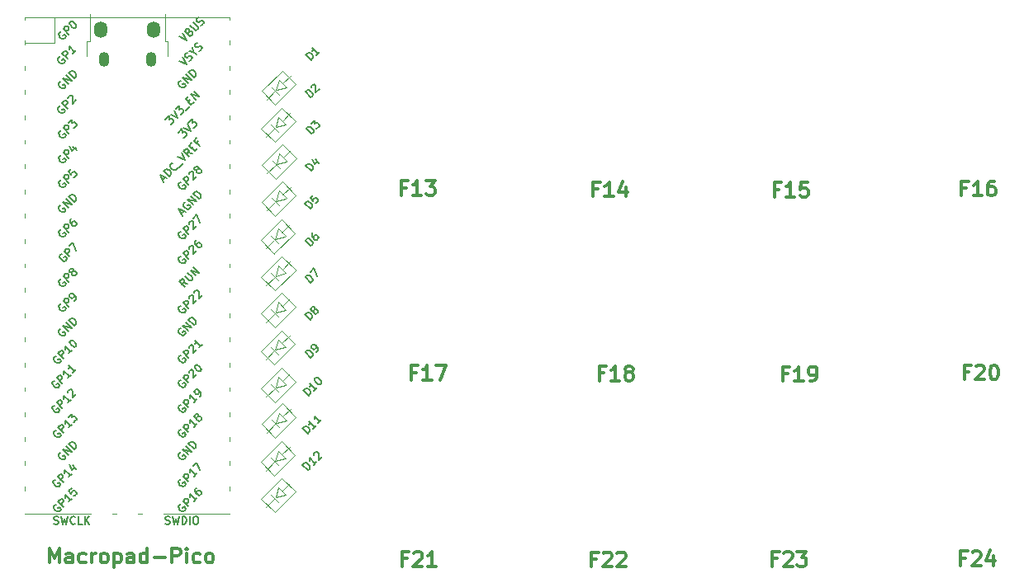
<source format=gbr>
%TF.GenerationSoftware,KiCad,Pcbnew,7.0.9*%
%TF.CreationDate,2024-08-19T17:06:16-04:00*%
%TF.ProjectId,macropad-pico,6d616372-6f70-4616-942d-7069636f2e6b,rev?*%
%TF.SameCoordinates,Original*%
%TF.FileFunction,Legend,Top*%
%TF.FilePolarity,Positive*%
%FSLAX46Y46*%
G04 Gerber Fmt 4.6, Leading zero omitted, Abs format (unit mm)*
G04 Created by KiCad (PCBNEW 7.0.9) date 2024-08-19 17:06:16*
%MOMM*%
%LPD*%
G01*
G04 APERTURE LIST*
%ADD10C,0.300000*%
%ADD11C,0.150000*%
%ADD12C,0.120000*%
%ADD13C,0.100000*%
%ADD14O,1.350000X1.700000*%
%ADD15O,1.100000X1.500000*%
G04 APERTURE END LIST*
D10*
X208926510Y-94077114D02*
X208426510Y-94077114D01*
X208426510Y-94862828D02*
X208426510Y-93362828D01*
X208426510Y-93362828D02*
X209140796Y-93362828D01*
X209640796Y-93505685D02*
X209712224Y-93434257D01*
X209712224Y-93434257D02*
X209855082Y-93362828D01*
X209855082Y-93362828D02*
X210212224Y-93362828D01*
X210212224Y-93362828D02*
X210355082Y-93434257D01*
X210355082Y-93434257D02*
X210426510Y-93505685D01*
X210426510Y-93505685D02*
X210497939Y-93648542D01*
X210497939Y-93648542D02*
X210497939Y-93791400D01*
X210497939Y-93791400D02*
X210426510Y-94005685D01*
X210426510Y-94005685D02*
X209569367Y-94862828D01*
X209569367Y-94862828D02*
X210497939Y-94862828D01*
X211783653Y-93862828D02*
X211783653Y-94862828D01*
X211426510Y-93291400D02*
X211069367Y-94362828D01*
X211069367Y-94362828D02*
X211997938Y-94362828D01*
X189613510Y-94129114D02*
X189113510Y-94129114D01*
X189113510Y-94914828D02*
X189113510Y-93414828D01*
X189113510Y-93414828D02*
X189827796Y-93414828D01*
X190327796Y-93557685D02*
X190399224Y-93486257D01*
X190399224Y-93486257D02*
X190542082Y-93414828D01*
X190542082Y-93414828D02*
X190899224Y-93414828D01*
X190899224Y-93414828D02*
X191042082Y-93486257D01*
X191042082Y-93486257D02*
X191113510Y-93557685D01*
X191113510Y-93557685D02*
X191184939Y-93700542D01*
X191184939Y-93700542D02*
X191184939Y-93843400D01*
X191184939Y-93843400D02*
X191113510Y-94057685D01*
X191113510Y-94057685D02*
X190256367Y-94914828D01*
X190256367Y-94914828D02*
X191184939Y-94914828D01*
X191684938Y-93414828D02*
X192613510Y-93414828D01*
X192613510Y-93414828D02*
X192113510Y-93986257D01*
X192113510Y-93986257D02*
X192327795Y-93986257D01*
X192327795Y-93986257D02*
X192470653Y-94057685D01*
X192470653Y-94057685D02*
X192542081Y-94129114D01*
X192542081Y-94129114D02*
X192613510Y-94271971D01*
X192613510Y-94271971D02*
X192613510Y-94629114D01*
X192613510Y-94629114D02*
X192542081Y-94771971D01*
X192542081Y-94771971D02*
X192470653Y-94843400D01*
X192470653Y-94843400D02*
X192327795Y-94914828D01*
X192327795Y-94914828D02*
X191899224Y-94914828D01*
X191899224Y-94914828D02*
X191756367Y-94843400D01*
X191756367Y-94843400D02*
X191684938Y-94771971D01*
X171086510Y-94181114D02*
X170586510Y-94181114D01*
X170586510Y-94966828D02*
X170586510Y-93466828D01*
X170586510Y-93466828D02*
X171300796Y-93466828D01*
X171800796Y-93609685D02*
X171872224Y-93538257D01*
X171872224Y-93538257D02*
X172015082Y-93466828D01*
X172015082Y-93466828D02*
X172372224Y-93466828D01*
X172372224Y-93466828D02*
X172515082Y-93538257D01*
X172515082Y-93538257D02*
X172586510Y-93609685D01*
X172586510Y-93609685D02*
X172657939Y-93752542D01*
X172657939Y-93752542D02*
X172657939Y-93895400D01*
X172657939Y-93895400D02*
X172586510Y-94109685D01*
X172586510Y-94109685D02*
X171729367Y-94966828D01*
X171729367Y-94966828D02*
X172657939Y-94966828D01*
X173229367Y-93609685D02*
X173300795Y-93538257D01*
X173300795Y-93538257D02*
X173443653Y-93466828D01*
X173443653Y-93466828D02*
X173800795Y-93466828D01*
X173800795Y-93466828D02*
X173943653Y-93538257D01*
X173943653Y-93538257D02*
X174015081Y-93609685D01*
X174015081Y-93609685D02*
X174086510Y-93752542D01*
X174086510Y-93752542D02*
X174086510Y-93895400D01*
X174086510Y-93895400D02*
X174015081Y-94109685D01*
X174015081Y-94109685D02*
X173157938Y-94966828D01*
X173157938Y-94966828D02*
X174086510Y-94966828D01*
X151668510Y-94129114D02*
X151168510Y-94129114D01*
X151168510Y-94914828D02*
X151168510Y-93414828D01*
X151168510Y-93414828D02*
X151882796Y-93414828D01*
X152382796Y-93557685D02*
X152454224Y-93486257D01*
X152454224Y-93486257D02*
X152597082Y-93414828D01*
X152597082Y-93414828D02*
X152954224Y-93414828D01*
X152954224Y-93414828D02*
X153097082Y-93486257D01*
X153097082Y-93486257D02*
X153168510Y-93557685D01*
X153168510Y-93557685D02*
X153239939Y-93700542D01*
X153239939Y-93700542D02*
X153239939Y-93843400D01*
X153239939Y-93843400D02*
X153168510Y-94057685D01*
X153168510Y-94057685D02*
X152311367Y-94914828D01*
X152311367Y-94914828D02*
X153239939Y-94914828D01*
X154668510Y-94914828D02*
X153811367Y-94914828D01*
X154239938Y-94914828D02*
X154239938Y-93414828D01*
X154239938Y-93414828D02*
X154097081Y-93629114D01*
X154097081Y-93629114D02*
X153954224Y-93771971D01*
X153954224Y-93771971D02*
X153811367Y-93843400D01*
X209292510Y-74973114D02*
X208792510Y-74973114D01*
X208792510Y-75758828D02*
X208792510Y-74258828D01*
X208792510Y-74258828D02*
X209506796Y-74258828D01*
X210006796Y-74401685D02*
X210078224Y-74330257D01*
X210078224Y-74330257D02*
X210221082Y-74258828D01*
X210221082Y-74258828D02*
X210578224Y-74258828D01*
X210578224Y-74258828D02*
X210721082Y-74330257D01*
X210721082Y-74330257D02*
X210792510Y-74401685D01*
X210792510Y-74401685D02*
X210863939Y-74544542D01*
X210863939Y-74544542D02*
X210863939Y-74687400D01*
X210863939Y-74687400D02*
X210792510Y-74901685D01*
X210792510Y-74901685D02*
X209935367Y-75758828D01*
X209935367Y-75758828D02*
X210863939Y-75758828D01*
X211792510Y-74258828D02*
X211935367Y-74258828D01*
X211935367Y-74258828D02*
X212078224Y-74330257D01*
X212078224Y-74330257D02*
X212149653Y-74401685D01*
X212149653Y-74401685D02*
X212221081Y-74544542D01*
X212221081Y-74544542D02*
X212292510Y-74830257D01*
X212292510Y-74830257D02*
X212292510Y-75187400D01*
X212292510Y-75187400D02*
X212221081Y-75473114D01*
X212221081Y-75473114D02*
X212149653Y-75615971D01*
X212149653Y-75615971D02*
X212078224Y-75687400D01*
X212078224Y-75687400D02*
X211935367Y-75758828D01*
X211935367Y-75758828D02*
X211792510Y-75758828D01*
X211792510Y-75758828D02*
X211649653Y-75687400D01*
X211649653Y-75687400D02*
X211578224Y-75615971D01*
X211578224Y-75615971D02*
X211506795Y-75473114D01*
X211506795Y-75473114D02*
X211435367Y-75187400D01*
X211435367Y-75187400D02*
X211435367Y-74830257D01*
X211435367Y-74830257D02*
X211506795Y-74544542D01*
X211506795Y-74544542D02*
X211578224Y-74401685D01*
X211578224Y-74401685D02*
X211649653Y-74330257D01*
X211649653Y-74330257D02*
X211792510Y-74258828D01*
X190712510Y-75130114D02*
X190212510Y-75130114D01*
X190212510Y-75915828D02*
X190212510Y-74415828D01*
X190212510Y-74415828D02*
X190926796Y-74415828D01*
X192283939Y-75915828D02*
X191426796Y-75915828D01*
X191855367Y-75915828D02*
X191855367Y-74415828D01*
X191855367Y-74415828D02*
X191712510Y-74630114D01*
X191712510Y-74630114D02*
X191569653Y-74772971D01*
X191569653Y-74772971D02*
X191426796Y-74844400D01*
X192998224Y-75915828D02*
X193283938Y-75915828D01*
X193283938Y-75915828D02*
X193426795Y-75844400D01*
X193426795Y-75844400D02*
X193498224Y-75772971D01*
X193498224Y-75772971D02*
X193641081Y-75558685D01*
X193641081Y-75558685D02*
X193712510Y-75272971D01*
X193712510Y-75272971D02*
X193712510Y-74701542D01*
X193712510Y-74701542D02*
X193641081Y-74558685D01*
X193641081Y-74558685D02*
X193569653Y-74487257D01*
X193569653Y-74487257D02*
X193426795Y-74415828D01*
X193426795Y-74415828D02*
X193141081Y-74415828D01*
X193141081Y-74415828D02*
X192998224Y-74487257D01*
X192998224Y-74487257D02*
X192926795Y-74558685D01*
X192926795Y-74558685D02*
X192855367Y-74701542D01*
X192855367Y-74701542D02*
X192855367Y-75058685D01*
X192855367Y-75058685D02*
X192926795Y-75201542D01*
X192926795Y-75201542D02*
X192998224Y-75272971D01*
X192998224Y-75272971D02*
X193141081Y-75344400D01*
X193141081Y-75344400D02*
X193426795Y-75344400D01*
X193426795Y-75344400D02*
X193569653Y-75272971D01*
X193569653Y-75272971D02*
X193641081Y-75201542D01*
X193641081Y-75201542D02*
X193712510Y-75058685D01*
X171871510Y-75078114D02*
X171371510Y-75078114D01*
X171371510Y-75863828D02*
X171371510Y-74363828D01*
X171371510Y-74363828D02*
X172085796Y-74363828D01*
X173442939Y-75863828D02*
X172585796Y-75863828D01*
X173014367Y-75863828D02*
X173014367Y-74363828D01*
X173014367Y-74363828D02*
X172871510Y-74578114D01*
X172871510Y-74578114D02*
X172728653Y-74720971D01*
X172728653Y-74720971D02*
X172585796Y-74792400D01*
X174300081Y-75006685D02*
X174157224Y-74935257D01*
X174157224Y-74935257D02*
X174085795Y-74863828D01*
X174085795Y-74863828D02*
X174014367Y-74720971D01*
X174014367Y-74720971D02*
X174014367Y-74649542D01*
X174014367Y-74649542D02*
X174085795Y-74506685D01*
X174085795Y-74506685D02*
X174157224Y-74435257D01*
X174157224Y-74435257D02*
X174300081Y-74363828D01*
X174300081Y-74363828D02*
X174585795Y-74363828D01*
X174585795Y-74363828D02*
X174728653Y-74435257D01*
X174728653Y-74435257D02*
X174800081Y-74506685D01*
X174800081Y-74506685D02*
X174871510Y-74649542D01*
X174871510Y-74649542D02*
X174871510Y-74720971D01*
X174871510Y-74720971D02*
X174800081Y-74863828D01*
X174800081Y-74863828D02*
X174728653Y-74935257D01*
X174728653Y-74935257D02*
X174585795Y-75006685D01*
X174585795Y-75006685D02*
X174300081Y-75006685D01*
X174300081Y-75006685D02*
X174157224Y-75078114D01*
X174157224Y-75078114D02*
X174085795Y-75149542D01*
X174085795Y-75149542D02*
X174014367Y-75292400D01*
X174014367Y-75292400D02*
X174014367Y-75578114D01*
X174014367Y-75578114D02*
X174085795Y-75720971D01*
X174085795Y-75720971D02*
X174157224Y-75792400D01*
X174157224Y-75792400D02*
X174300081Y-75863828D01*
X174300081Y-75863828D02*
X174585795Y-75863828D01*
X174585795Y-75863828D02*
X174728653Y-75792400D01*
X174728653Y-75792400D02*
X174800081Y-75720971D01*
X174800081Y-75720971D02*
X174871510Y-75578114D01*
X174871510Y-75578114D02*
X174871510Y-75292400D01*
X174871510Y-75292400D02*
X174800081Y-75149542D01*
X174800081Y-75149542D02*
X174728653Y-75078114D01*
X174728653Y-75078114D02*
X174585795Y-75006685D01*
X152610510Y-75026114D02*
X152110510Y-75026114D01*
X152110510Y-75811828D02*
X152110510Y-74311828D01*
X152110510Y-74311828D02*
X152824796Y-74311828D01*
X154181939Y-75811828D02*
X153324796Y-75811828D01*
X153753367Y-75811828D02*
X153753367Y-74311828D01*
X153753367Y-74311828D02*
X153610510Y-74526114D01*
X153610510Y-74526114D02*
X153467653Y-74668971D01*
X153467653Y-74668971D02*
X153324796Y-74740400D01*
X154681938Y-74311828D02*
X155681938Y-74311828D01*
X155681938Y-74311828D02*
X155039081Y-75811828D01*
X209030510Y-56079114D02*
X208530510Y-56079114D01*
X208530510Y-56864828D02*
X208530510Y-55364828D01*
X208530510Y-55364828D02*
X209244796Y-55364828D01*
X210601939Y-56864828D02*
X209744796Y-56864828D01*
X210173367Y-56864828D02*
X210173367Y-55364828D01*
X210173367Y-55364828D02*
X210030510Y-55579114D01*
X210030510Y-55579114D02*
X209887653Y-55721971D01*
X209887653Y-55721971D02*
X209744796Y-55793400D01*
X211887653Y-55364828D02*
X211601938Y-55364828D01*
X211601938Y-55364828D02*
X211459081Y-55436257D01*
X211459081Y-55436257D02*
X211387653Y-55507685D01*
X211387653Y-55507685D02*
X211244795Y-55721971D01*
X211244795Y-55721971D02*
X211173367Y-56007685D01*
X211173367Y-56007685D02*
X211173367Y-56579114D01*
X211173367Y-56579114D02*
X211244795Y-56721971D01*
X211244795Y-56721971D02*
X211316224Y-56793400D01*
X211316224Y-56793400D02*
X211459081Y-56864828D01*
X211459081Y-56864828D02*
X211744795Y-56864828D01*
X211744795Y-56864828D02*
X211887653Y-56793400D01*
X211887653Y-56793400D02*
X211959081Y-56721971D01*
X211959081Y-56721971D02*
X212030510Y-56579114D01*
X212030510Y-56579114D02*
X212030510Y-56221971D01*
X212030510Y-56221971D02*
X211959081Y-56079114D01*
X211959081Y-56079114D02*
X211887653Y-56007685D01*
X211887653Y-56007685D02*
X211744795Y-55936257D01*
X211744795Y-55936257D02*
X211459081Y-55936257D01*
X211459081Y-55936257D02*
X211316224Y-56007685D01*
X211316224Y-56007685D02*
X211244795Y-56079114D01*
X211244795Y-56079114D02*
X211173367Y-56221971D01*
X189822510Y-56236114D02*
X189322510Y-56236114D01*
X189322510Y-57021828D02*
X189322510Y-55521828D01*
X189322510Y-55521828D02*
X190036796Y-55521828D01*
X191393939Y-57021828D02*
X190536796Y-57021828D01*
X190965367Y-57021828D02*
X190965367Y-55521828D01*
X190965367Y-55521828D02*
X190822510Y-55736114D01*
X190822510Y-55736114D02*
X190679653Y-55878971D01*
X190679653Y-55878971D02*
X190536796Y-55950400D01*
X192751081Y-55521828D02*
X192036795Y-55521828D01*
X192036795Y-55521828D02*
X191965367Y-56236114D01*
X191965367Y-56236114D02*
X192036795Y-56164685D01*
X192036795Y-56164685D02*
X192179653Y-56093257D01*
X192179653Y-56093257D02*
X192536795Y-56093257D01*
X192536795Y-56093257D02*
X192679653Y-56164685D01*
X192679653Y-56164685D02*
X192751081Y-56236114D01*
X192751081Y-56236114D02*
X192822510Y-56378971D01*
X192822510Y-56378971D02*
X192822510Y-56736114D01*
X192822510Y-56736114D02*
X192751081Y-56878971D01*
X192751081Y-56878971D02*
X192679653Y-56950400D01*
X192679653Y-56950400D02*
X192536795Y-57021828D01*
X192536795Y-57021828D02*
X192179653Y-57021828D01*
X192179653Y-57021828D02*
X192036795Y-56950400D01*
X192036795Y-56950400D02*
X191965367Y-56878971D01*
X171243510Y-56184114D02*
X170743510Y-56184114D01*
X170743510Y-56969828D02*
X170743510Y-55469828D01*
X170743510Y-55469828D02*
X171457796Y-55469828D01*
X172814939Y-56969828D02*
X171957796Y-56969828D01*
X172386367Y-56969828D02*
X172386367Y-55469828D01*
X172386367Y-55469828D02*
X172243510Y-55684114D01*
X172243510Y-55684114D02*
X172100653Y-55826971D01*
X172100653Y-55826971D02*
X171957796Y-55898400D01*
X174100653Y-55969828D02*
X174100653Y-56969828D01*
X173743510Y-55398400D02*
X173386367Y-56469828D01*
X173386367Y-56469828D02*
X174314938Y-56469828D01*
X151572510Y-56071114D02*
X151072510Y-56071114D01*
X151072510Y-56856828D02*
X151072510Y-55356828D01*
X151072510Y-55356828D02*
X151786796Y-55356828D01*
X153143939Y-56856828D02*
X152286796Y-56856828D01*
X152715367Y-56856828D02*
X152715367Y-55356828D01*
X152715367Y-55356828D02*
X152572510Y-55571114D01*
X152572510Y-55571114D02*
X152429653Y-55713971D01*
X152429653Y-55713971D02*
X152286796Y-55785400D01*
X153643938Y-55356828D02*
X154572510Y-55356828D01*
X154572510Y-55356828D02*
X154072510Y-55928257D01*
X154072510Y-55928257D02*
X154286795Y-55928257D01*
X154286795Y-55928257D02*
X154429653Y-55999685D01*
X154429653Y-55999685D02*
X154501081Y-56071114D01*
X154501081Y-56071114D02*
X154572510Y-56213971D01*
X154572510Y-56213971D02*
X154572510Y-56571114D01*
X154572510Y-56571114D02*
X154501081Y-56713971D01*
X154501081Y-56713971D02*
X154429653Y-56785400D01*
X154429653Y-56785400D02*
X154286795Y-56856828D01*
X154286795Y-56856828D02*
X153858224Y-56856828D01*
X153858224Y-56856828D02*
X153715367Y-56785400D01*
X153715367Y-56785400D02*
X153643938Y-56713971D01*
X115020510Y-94562828D02*
X115020510Y-93062828D01*
X115020510Y-93062828D02*
X115520510Y-94134257D01*
X115520510Y-94134257D02*
X116020510Y-93062828D01*
X116020510Y-93062828D02*
X116020510Y-94562828D01*
X117377654Y-94562828D02*
X117377654Y-93777114D01*
X117377654Y-93777114D02*
X117306225Y-93634257D01*
X117306225Y-93634257D02*
X117163368Y-93562828D01*
X117163368Y-93562828D02*
X116877654Y-93562828D01*
X116877654Y-93562828D02*
X116734796Y-93634257D01*
X117377654Y-94491400D02*
X117234796Y-94562828D01*
X117234796Y-94562828D02*
X116877654Y-94562828D01*
X116877654Y-94562828D02*
X116734796Y-94491400D01*
X116734796Y-94491400D02*
X116663368Y-94348542D01*
X116663368Y-94348542D02*
X116663368Y-94205685D01*
X116663368Y-94205685D02*
X116734796Y-94062828D01*
X116734796Y-94062828D02*
X116877654Y-93991400D01*
X116877654Y-93991400D02*
X117234796Y-93991400D01*
X117234796Y-93991400D02*
X117377654Y-93919971D01*
X118734797Y-94491400D02*
X118591939Y-94562828D01*
X118591939Y-94562828D02*
X118306225Y-94562828D01*
X118306225Y-94562828D02*
X118163368Y-94491400D01*
X118163368Y-94491400D02*
X118091939Y-94419971D01*
X118091939Y-94419971D02*
X118020511Y-94277114D01*
X118020511Y-94277114D02*
X118020511Y-93848542D01*
X118020511Y-93848542D02*
X118091939Y-93705685D01*
X118091939Y-93705685D02*
X118163368Y-93634257D01*
X118163368Y-93634257D02*
X118306225Y-93562828D01*
X118306225Y-93562828D02*
X118591939Y-93562828D01*
X118591939Y-93562828D02*
X118734797Y-93634257D01*
X119377653Y-94562828D02*
X119377653Y-93562828D01*
X119377653Y-93848542D02*
X119449082Y-93705685D01*
X119449082Y-93705685D02*
X119520511Y-93634257D01*
X119520511Y-93634257D02*
X119663368Y-93562828D01*
X119663368Y-93562828D02*
X119806225Y-93562828D01*
X120520510Y-94562828D02*
X120377653Y-94491400D01*
X120377653Y-94491400D02*
X120306224Y-94419971D01*
X120306224Y-94419971D02*
X120234796Y-94277114D01*
X120234796Y-94277114D02*
X120234796Y-93848542D01*
X120234796Y-93848542D02*
X120306224Y-93705685D01*
X120306224Y-93705685D02*
X120377653Y-93634257D01*
X120377653Y-93634257D02*
X120520510Y-93562828D01*
X120520510Y-93562828D02*
X120734796Y-93562828D01*
X120734796Y-93562828D02*
X120877653Y-93634257D01*
X120877653Y-93634257D02*
X120949082Y-93705685D01*
X120949082Y-93705685D02*
X121020510Y-93848542D01*
X121020510Y-93848542D02*
X121020510Y-94277114D01*
X121020510Y-94277114D02*
X120949082Y-94419971D01*
X120949082Y-94419971D02*
X120877653Y-94491400D01*
X120877653Y-94491400D02*
X120734796Y-94562828D01*
X120734796Y-94562828D02*
X120520510Y-94562828D01*
X121663367Y-93562828D02*
X121663367Y-95062828D01*
X121663367Y-93634257D02*
X121806225Y-93562828D01*
X121806225Y-93562828D02*
X122091939Y-93562828D01*
X122091939Y-93562828D02*
X122234796Y-93634257D01*
X122234796Y-93634257D02*
X122306225Y-93705685D01*
X122306225Y-93705685D02*
X122377653Y-93848542D01*
X122377653Y-93848542D02*
X122377653Y-94277114D01*
X122377653Y-94277114D02*
X122306225Y-94419971D01*
X122306225Y-94419971D02*
X122234796Y-94491400D01*
X122234796Y-94491400D02*
X122091939Y-94562828D01*
X122091939Y-94562828D02*
X121806225Y-94562828D01*
X121806225Y-94562828D02*
X121663367Y-94491400D01*
X123663368Y-94562828D02*
X123663368Y-93777114D01*
X123663368Y-93777114D02*
X123591939Y-93634257D01*
X123591939Y-93634257D02*
X123449082Y-93562828D01*
X123449082Y-93562828D02*
X123163368Y-93562828D01*
X123163368Y-93562828D02*
X123020510Y-93634257D01*
X123663368Y-94491400D02*
X123520510Y-94562828D01*
X123520510Y-94562828D02*
X123163368Y-94562828D01*
X123163368Y-94562828D02*
X123020510Y-94491400D01*
X123020510Y-94491400D02*
X122949082Y-94348542D01*
X122949082Y-94348542D02*
X122949082Y-94205685D01*
X122949082Y-94205685D02*
X123020510Y-94062828D01*
X123020510Y-94062828D02*
X123163368Y-93991400D01*
X123163368Y-93991400D02*
X123520510Y-93991400D01*
X123520510Y-93991400D02*
X123663368Y-93919971D01*
X125020511Y-94562828D02*
X125020511Y-93062828D01*
X125020511Y-94491400D02*
X124877653Y-94562828D01*
X124877653Y-94562828D02*
X124591939Y-94562828D01*
X124591939Y-94562828D02*
X124449082Y-94491400D01*
X124449082Y-94491400D02*
X124377653Y-94419971D01*
X124377653Y-94419971D02*
X124306225Y-94277114D01*
X124306225Y-94277114D02*
X124306225Y-93848542D01*
X124306225Y-93848542D02*
X124377653Y-93705685D01*
X124377653Y-93705685D02*
X124449082Y-93634257D01*
X124449082Y-93634257D02*
X124591939Y-93562828D01*
X124591939Y-93562828D02*
X124877653Y-93562828D01*
X124877653Y-93562828D02*
X125020511Y-93634257D01*
X125734796Y-93991400D02*
X126877654Y-93991400D01*
X127591939Y-94562828D02*
X127591939Y-93062828D01*
X127591939Y-93062828D02*
X128163368Y-93062828D01*
X128163368Y-93062828D02*
X128306225Y-93134257D01*
X128306225Y-93134257D02*
X128377654Y-93205685D01*
X128377654Y-93205685D02*
X128449082Y-93348542D01*
X128449082Y-93348542D02*
X128449082Y-93562828D01*
X128449082Y-93562828D02*
X128377654Y-93705685D01*
X128377654Y-93705685D02*
X128306225Y-93777114D01*
X128306225Y-93777114D02*
X128163368Y-93848542D01*
X128163368Y-93848542D02*
X127591939Y-93848542D01*
X129091939Y-94562828D02*
X129091939Y-93562828D01*
X129091939Y-93062828D02*
X129020511Y-93134257D01*
X129020511Y-93134257D02*
X129091939Y-93205685D01*
X129091939Y-93205685D02*
X129163368Y-93134257D01*
X129163368Y-93134257D02*
X129091939Y-93062828D01*
X129091939Y-93062828D02*
X129091939Y-93205685D01*
X130449083Y-94491400D02*
X130306225Y-94562828D01*
X130306225Y-94562828D02*
X130020511Y-94562828D01*
X130020511Y-94562828D02*
X129877654Y-94491400D01*
X129877654Y-94491400D02*
X129806225Y-94419971D01*
X129806225Y-94419971D02*
X129734797Y-94277114D01*
X129734797Y-94277114D02*
X129734797Y-93848542D01*
X129734797Y-93848542D02*
X129806225Y-93705685D01*
X129806225Y-93705685D02*
X129877654Y-93634257D01*
X129877654Y-93634257D02*
X130020511Y-93562828D01*
X130020511Y-93562828D02*
X130306225Y-93562828D01*
X130306225Y-93562828D02*
X130449083Y-93634257D01*
X131306225Y-94562828D02*
X131163368Y-94491400D01*
X131163368Y-94491400D02*
X131091939Y-94419971D01*
X131091939Y-94419971D02*
X131020511Y-94277114D01*
X131020511Y-94277114D02*
X131020511Y-93848542D01*
X131020511Y-93848542D02*
X131091939Y-93705685D01*
X131091939Y-93705685D02*
X131163368Y-93634257D01*
X131163368Y-93634257D02*
X131306225Y-93562828D01*
X131306225Y-93562828D02*
X131520511Y-93562828D01*
X131520511Y-93562828D02*
X131663368Y-93634257D01*
X131663368Y-93634257D02*
X131734797Y-93705685D01*
X131734797Y-93705685D02*
X131806225Y-93848542D01*
X131806225Y-93848542D02*
X131806225Y-94277114D01*
X131806225Y-94277114D02*
X131734797Y-94419971D01*
X131734797Y-94419971D02*
X131663368Y-94491400D01*
X131663368Y-94491400D02*
X131520511Y-94562828D01*
X131520511Y-94562828D02*
X131306225Y-94562828D01*
D11*
X141853977Y-42958384D02*
X141288292Y-42392699D01*
X141288292Y-42392699D02*
X141422979Y-42258012D01*
X141422979Y-42258012D02*
X141530729Y-42204137D01*
X141530729Y-42204137D02*
X141638478Y-42204137D01*
X141638478Y-42204137D02*
X141719290Y-42231075D01*
X141719290Y-42231075D02*
X141853977Y-42311887D01*
X141853977Y-42311887D02*
X141934790Y-42392699D01*
X141934790Y-42392699D02*
X142015602Y-42527386D01*
X142015602Y-42527386D02*
X142042539Y-42608198D01*
X142042539Y-42608198D02*
X142042539Y-42715948D01*
X142042539Y-42715948D02*
X141988664Y-42823697D01*
X141988664Y-42823697D02*
X141853977Y-42958384D01*
X142715974Y-42096388D02*
X142392725Y-42419636D01*
X142554350Y-42258012D02*
X141988664Y-41692327D01*
X141988664Y-41692327D02*
X142015602Y-41827014D01*
X142015602Y-41827014D02*
X142015602Y-41934763D01*
X142015602Y-41934763D02*
X141988664Y-42015575D01*
X141805977Y-46783384D02*
X141240292Y-46217699D01*
X141240292Y-46217699D02*
X141374979Y-46083012D01*
X141374979Y-46083012D02*
X141482729Y-46029137D01*
X141482729Y-46029137D02*
X141590478Y-46029137D01*
X141590478Y-46029137D02*
X141671290Y-46056075D01*
X141671290Y-46056075D02*
X141805977Y-46136887D01*
X141805977Y-46136887D02*
X141886790Y-46217699D01*
X141886790Y-46217699D02*
X141967602Y-46352386D01*
X141967602Y-46352386D02*
X141994539Y-46433198D01*
X141994539Y-46433198D02*
X141994539Y-46540948D01*
X141994539Y-46540948D02*
X141940664Y-46648697D01*
X141940664Y-46648697D02*
X141805977Y-46783384D01*
X141832915Y-45732826D02*
X141832915Y-45678951D01*
X141832915Y-45678951D02*
X141859852Y-45598139D01*
X141859852Y-45598139D02*
X141994539Y-45463452D01*
X141994539Y-45463452D02*
X142075351Y-45436514D01*
X142075351Y-45436514D02*
X142129226Y-45436514D01*
X142129226Y-45436514D02*
X142210038Y-45463452D01*
X142210038Y-45463452D02*
X142263913Y-45517327D01*
X142263913Y-45517327D02*
X142317788Y-45625076D01*
X142317788Y-45625076D02*
X142317788Y-46271574D01*
X142317788Y-46271574D02*
X142667974Y-45921388D01*
X141584603Y-77413759D02*
X141018918Y-76848073D01*
X141018918Y-76848073D02*
X141153605Y-76713386D01*
X141153605Y-76713386D02*
X141261354Y-76659512D01*
X141261354Y-76659512D02*
X141369104Y-76659512D01*
X141369104Y-76659512D02*
X141449916Y-76686449D01*
X141449916Y-76686449D02*
X141584603Y-76767261D01*
X141584603Y-76767261D02*
X141665415Y-76848073D01*
X141665415Y-76848073D02*
X141746227Y-76982760D01*
X141746227Y-76982760D02*
X141773165Y-77063573D01*
X141773165Y-77063573D02*
X141773165Y-77171322D01*
X141773165Y-77171322D02*
X141719290Y-77279072D01*
X141719290Y-77279072D02*
X141584603Y-77413759D01*
X142446600Y-76551762D02*
X142123351Y-76875011D01*
X142284975Y-76713386D02*
X141719290Y-76147701D01*
X141719290Y-76147701D02*
X141746227Y-76282388D01*
X141746227Y-76282388D02*
X141746227Y-76390138D01*
X141746227Y-76390138D02*
X141719290Y-76470950D01*
X142231101Y-75635890D02*
X142284976Y-75582015D01*
X142284976Y-75582015D02*
X142365788Y-75555078D01*
X142365788Y-75555078D02*
X142419663Y-75555078D01*
X142419663Y-75555078D02*
X142500475Y-75582015D01*
X142500475Y-75582015D02*
X142635162Y-75662828D01*
X142635162Y-75662828D02*
X142769849Y-75797515D01*
X142769849Y-75797515D02*
X142850661Y-75932202D01*
X142850661Y-75932202D02*
X142877598Y-76013014D01*
X142877598Y-76013014D02*
X142877598Y-76066889D01*
X142877598Y-76066889D02*
X142850661Y-76147701D01*
X142850661Y-76147701D02*
X142796786Y-76201576D01*
X142796786Y-76201576D02*
X142715974Y-76228513D01*
X142715974Y-76228513D02*
X142662099Y-76228513D01*
X142662099Y-76228513D02*
X142581287Y-76201576D01*
X142581287Y-76201576D02*
X142446600Y-76120763D01*
X142446600Y-76120763D02*
X142311913Y-75986076D01*
X142311913Y-75986076D02*
X142231101Y-75851389D01*
X142231101Y-75851389D02*
X142204163Y-75770577D01*
X142204163Y-75770577D02*
X142204163Y-75716702D01*
X142204163Y-75716702D02*
X142231101Y-75635890D01*
X141900977Y-50537384D02*
X141335292Y-49971699D01*
X141335292Y-49971699D02*
X141469979Y-49837012D01*
X141469979Y-49837012D02*
X141577729Y-49783137D01*
X141577729Y-49783137D02*
X141685478Y-49783137D01*
X141685478Y-49783137D02*
X141766290Y-49810075D01*
X141766290Y-49810075D02*
X141900977Y-49890887D01*
X141900977Y-49890887D02*
X141981790Y-49971699D01*
X141981790Y-49971699D02*
X142062602Y-50106386D01*
X142062602Y-50106386D02*
X142089539Y-50187198D01*
X142089539Y-50187198D02*
X142089539Y-50294948D01*
X142089539Y-50294948D02*
X142035664Y-50402697D01*
X142035664Y-50402697D02*
X141900977Y-50537384D01*
X141847103Y-49459888D02*
X142197289Y-49109702D01*
X142197289Y-49109702D02*
X142224226Y-49513763D01*
X142224226Y-49513763D02*
X142305038Y-49432951D01*
X142305038Y-49432951D02*
X142385851Y-49406014D01*
X142385851Y-49406014D02*
X142439725Y-49406014D01*
X142439725Y-49406014D02*
X142520538Y-49432951D01*
X142520538Y-49432951D02*
X142655225Y-49567638D01*
X142655225Y-49567638D02*
X142682162Y-49648450D01*
X142682162Y-49648450D02*
X142682162Y-49702325D01*
X142682162Y-49702325D02*
X142655225Y-49783137D01*
X142655225Y-49783137D02*
X142493600Y-49944762D01*
X142493600Y-49944762D02*
X142412788Y-49971699D01*
X142412788Y-49971699D02*
X142358913Y-49971699D01*
X141844028Y-54347333D02*
X141278343Y-53781648D01*
X141278343Y-53781648D02*
X141413030Y-53646961D01*
X141413030Y-53646961D02*
X141520780Y-53593086D01*
X141520780Y-53593086D02*
X141628529Y-53593086D01*
X141628529Y-53593086D02*
X141709341Y-53620024D01*
X141709341Y-53620024D02*
X141844028Y-53700836D01*
X141844028Y-53700836D02*
X141924841Y-53781648D01*
X141924841Y-53781648D02*
X142005653Y-53916335D01*
X142005653Y-53916335D02*
X142032590Y-53997147D01*
X142032590Y-53997147D02*
X142032590Y-54104897D01*
X142032590Y-54104897D02*
X141978715Y-54212646D01*
X141978715Y-54212646D02*
X141844028Y-54347333D01*
X142275027Y-53162088D02*
X142652151Y-53539211D01*
X141924841Y-53081276D02*
X142194215Y-53620024D01*
X142194215Y-53620024D02*
X142544401Y-53269837D01*
X141805977Y-62035384D02*
X141240292Y-61469699D01*
X141240292Y-61469699D02*
X141374979Y-61335012D01*
X141374979Y-61335012D02*
X141482729Y-61281137D01*
X141482729Y-61281137D02*
X141590478Y-61281137D01*
X141590478Y-61281137D02*
X141671290Y-61308075D01*
X141671290Y-61308075D02*
X141805977Y-61388887D01*
X141805977Y-61388887D02*
X141886790Y-61469699D01*
X141886790Y-61469699D02*
X141967602Y-61604386D01*
X141967602Y-61604386D02*
X141994539Y-61685198D01*
X141994539Y-61685198D02*
X141994539Y-61792948D01*
X141994539Y-61792948D02*
X141940664Y-61900697D01*
X141940664Y-61900697D02*
X141805977Y-62035384D01*
X142048414Y-60661577D02*
X141940664Y-60769327D01*
X141940664Y-60769327D02*
X141913727Y-60850139D01*
X141913727Y-60850139D02*
X141913727Y-60904014D01*
X141913727Y-60904014D02*
X141940664Y-61038701D01*
X141940664Y-61038701D02*
X142021477Y-61173388D01*
X142021477Y-61173388D02*
X142236976Y-61388887D01*
X142236976Y-61388887D02*
X142317788Y-61415824D01*
X142317788Y-61415824D02*
X142371663Y-61415824D01*
X142371663Y-61415824D02*
X142452475Y-61388887D01*
X142452475Y-61388887D02*
X142560225Y-61281137D01*
X142560225Y-61281137D02*
X142587162Y-61200325D01*
X142587162Y-61200325D02*
X142587162Y-61146450D01*
X142587162Y-61146450D02*
X142560225Y-61065638D01*
X142560225Y-61065638D02*
X142425538Y-60930951D01*
X142425538Y-60930951D02*
X142344725Y-60904014D01*
X142344725Y-60904014D02*
X142290851Y-60904014D01*
X142290851Y-60904014D02*
X142210038Y-60930951D01*
X142210038Y-60930951D02*
X142102289Y-61038701D01*
X142102289Y-61038701D02*
X142075351Y-61119513D01*
X142075351Y-61119513D02*
X142075351Y-61173388D01*
X142075351Y-61173388D02*
X142102289Y-61254200D01*
X141758977Y-69637384D02*
X141193292Y-69071699D01*
X141193292Y-69071699D02*
X141327979Y-68937012D01*
X141327979Y-68937012D02*
X141435729Y-68883137D01*
X141435729Y-68883137D02*
X141543478Y-68883137D01*
X141543478Y-68883137D02*
X141624290Y-68910075D01*
X141624290Y-68910075D02*
X141758977Y-68990887D01*
X141758977Y-68990887D02*
X141839790Y-69071699D01*
X141839790Y-69071699D02*
X141920602Y-69206386D01*
X141920602Y-69206386D02*
X141947539Y-69287198D01*
X141947539Y-69287198D02*
X141947539Y-69394948D01*
X141947539Y-69394948D02*
X141893664Y-69502697D01*
X141893664Y-69502697D02*
X141758977Y-69637384D01*
X142082226Y-68667638D02*
X142001414Y-68694575D01*
X142001414Y-68694575D02*
X141947539Y-68694575D01*
X141947539Y-68694575D02*
X141866727Y-68667638D01*
X141866727Y-68667638D02*
X141839790Y-68640701D01*
X141839790Y-68640701D02*
X141812852Y-68559888D01*
X141812852Y-68559888D02*
X141812852Y-68506014D01*
X141812852Y-68506014D02*
X141839790Y-68425201D01*
X141839790Y-68425201D02*
X141947539Y-68317452D01*
X141947539Y-68317452D02*
X142028351Y-68290514D01*
X142028351Y-68290514D02*
X142082226Y-68290514D01*
X142082226Y-68290514D02*
X142163038Y-68317452D01*
X142163038Y-68317452D02*
X142189976Y-68344389D01*
X142189976Y-68344389D02*
X142216913Y-68425201D01*
X142216913Y-68425201D02*
X142216913Y-68479076D01*
X142216913Y-68479076D02*
X142189976Y-68559888D01*
X142189976Y-68559888D02*
X142082226Y-68667638D01*
X142082226Y-68667638D02*
X142055289Y-68748450D01*
X142055289Y-68748450D02*
X142055289Y-68802325D01*
X142055289Y-68802325D02*
X142082226Y-68883137D01*
X142082226Y-68883137D02*
X142189976Y-68990887D01*
X142189976Y-68990887D02*
X142270788Y-69017824D01*
X142270788Y-69017824D02*
X142324663Y-69017824D01*
X142324663Y-69017824D02*
X142405475Y-68990887D01*
X142405475Y-68990887D02*
X142513225Y-68883137D01*
X142513225Y-68883137D02*
X142540162Y-68802325D01*
X142540162Y-68802325D02*
X142540162Y-68748450D01*
X142540162Y-68748450D02*
X142513225Y-68667638D01*
X142513225Y-68667638D02*
X142405475Y-68559888D01*
X142405475Y-68559888D02*
X142324663Y-68532951D01*
X142324663Y-68532951D02*
X142270788Y-68532951D01*
X142270788Y-68532951D02*
X142189976Y-68559888D01*
X141536603Y-85063759D02*
X140970918Y-84498073D01*
X140970918Y-84498073D02*
X141105605Y-84363386D01*
X141105605Y-84363386D02*
X141213354Y-84309512D01*
X141213354Y-84309512D02*
X141321104Y-84309512D01*
X141321104Y-84309512D02*
X141401916Y-84336449D01*
X141401916Y-84336449D02*
X141536603Y-84417261D01*
X141536603Y-84417261D02*
X141617415Y-84498073D01*
X141617415Y-84498073D02*
X141698227Y-84632760D01*
X141698227Y-84632760D02*
X141725165Y-84713573D01*
X141725165Y-84713573D02*
X141725165Y-84821322D01*
X141725165Y-84821322D02*
X141671290Y-84929072D01*
X141671290Y-84929072D02*
X141536603Y-85063759D01*
X142398600Y-84201762D02*
X142075351Y-84525011D01*
X142236975Y-84363386D02*
X141671290Y-83797701D01*
X141671290Y-83797701D02*
X141698227Y-83932388D01*
X141698227Y-83932388D02*
X141698227Y-84040138D01*
X141698227Y-84040138D02*
X141671290Y-84120950D01*
X142102289Y-83474452D02*
X142102289Y-83420577D01*
X142102289Y-83420577D02*
X142129226Y-83339765D01*
X142129226Y-83339765D02*
X142263913Y-83205078D01*
X142263913Y-83205078D02*
X142344725Y-83178141D01*
X142344725Y-83178141D02*
X142398600Y-83178141D01*
X142398600Y-83178141D02*
X142479412Y-83205078D01*
X142479412Y-83205078D02*
X142533287Y-83258953D01*
X142533287Y-83258953D02*
X142587162Y-83366702D01*
X142587162Y-83366702D02*
X142587162Y-84013200D01*
X142587162Y-84013200D02*
X142937348Y-83663014D01*
X141758977Y-58234384D02*
X141193292Y-57668699D01*
X141193292Y-57668699D02*
X141327979Y-57534012D01*
X141327979Y-57534012D02*
X141435729Y-57480137D01*
X141435729Y-57480137D02*
X141543478Y-57480137D01*
X141543478Y-57480137D02*
X141624290Y-57507075D01*
X141624290Y-57507075D02*
X141758977Y-57587887D01*
X141758977Y-57587887D02*
X141839790Y-57668699D01*
X141839790Y-57668699D02*
X141920602Y-57803386D01*
X141920602Y-57803386D02*
X141947539Y-57884198D01*
X141947539Y-57884198D02*
X141947539Y-57991948D01*
X141947539Y-57991948D02*
X141893664Y-58099697D01*
X141893664Y-58099697D02*
X141758977Y-58234384D01*
X142028351Y-56833640D02*
X141758977Y-57103014D01*
X141758977Y-57103014D02*
X142001414Y-57399325D01*
X142001414Y-57399325D02*
X142001414Y-57345450D01*
X142001414Y-57345450D02*
X142028351Y-57264638D01*
X142028351Y-57264638D02*
X142163038Y-57129951D01*
X142163038Y-57129951D02*
X142243851Y-57103014D01*
X142243851Y-57103014D02*
X142297725Y-57103014D01*
X142297725Y-57103014D02*
X142378538Y-57129951D01*
X142378538Y-57129951D02*
X142513225Y-57264638D01*
X142513225Y-57264638D02*
X142540162Y-57345450D01*
X142540162Y-57345450D02*
X142540162Y-57399325D01*
X142540162Y-57399325D02*
X142513225Y-57480137D01*
X142513225Y-57480137D02*
X142378538Y-57614824D01*
X142378538Y-57614824D02*
X142297725Y-57641762D01*
X142297725Y-57641762D02*
X142243851Y-57641762D01*
X128463075Y-73270683D02*
X128382262Y-73297620D01*
X128382262Y-73297620D02*
X128301450Y-73378433D01*
X128301450Y-73378433D02*
X128247575Y-73486182D01*
X128247575Y-73486182D02*
X128247575Y-73593932D01*
X128247575Y-73593932D02*
X128274513Y-73674744D01*
X128274513Y-73674744D02*
X128355325Y-73809431D01*
X128355325Y-73809431D02*
X128436137Y-73890243D01*
X128436137Y-73890243D02*
X128570824Y-73971056D01*
X128570824Y-73971056D02*
X128651637Y-73997993D01*
X128651637Y-73997993D02*
X128759386Y-73997993D01*
X128759386Y-73997993D02*
X128867136Y-73944118D01*
X128867136Y-73944118D02*
X128921011Y-73890243D01*
X128921011Y-73890243D02*
X128974885Y-73782494D01*
X128974885Y-73782494D02*
X128974885Y-73728619D01*
X128974885Y-73728619D02*
X128786324Y-73540057D01*
X128786324Y-73540057D02*
X128678574Y-73647807D01*
X129271197Y-73540057D02*
X128705511Y-72974372D01*
X128705511Y-72974372D02*
X128921011Y-72758872D01*
X128921011Y-72758872D02*
X129001823Y-72731935D01*
X129001823Y-72731935D02*
X129055698Y-72731935D01*
X129055698Y-72731935D02*
X129136510Y-72758872D01*
X129136510Y-72758872D02*
X129217322Y-72839685D01*
X129217322Y-72839685D02*
X129244259Y-72920497D01*
X129244259Y-72920497D02*
X129244259Y-72974372D01*
X129244259Y-72974372D02*
X129217322Y-73055184D01*
X129217322Y-73055184D02*
X129001823Y-73270683D01*
X129298134Y-72489498D02*
X129298134Y-72435624D01*
X129298134Y-72435624D02*
X129325072Y-72354811D01*
X129325072Y-72354811D02*
X129459759Y-72220124D01*
X129459759Y-72220124D02*
X129540571Y-72193187D01*
X129540571Y-72193187D02*
X129594446Y-72193187D01*
X129594446Y-72193187D02*
X129675258Y-72220124D01*
X129675258Y-72220124D02*
X129729133Y-72273999D01*
X129729133Y-72273999D02*
X129783007Y-72381749D01*
X129783007Y-72381749D02*
X129783007Y-73028246D01*
X129783007Y-73028246D02*
X130133194Y-72678060D01*
X130671942Y-72139312D02*
X130348693Y-72462561D01*
X130510317Y-72300936D02*
X129944632Y-71735251D01*
X129944632Y-71735251D02*
X129971569Y-71869938D01*
X129971569Y-71869938D02*
X129971569Y-71977688D01*
X129971569Y-71977688D02*
X129944632Y-72058500D01*
X116286449Y-62858417D02*
X116205637Y-62885354D01*
X116205637Y-62885354D02*
X116124825Y-62966166D01*
X116124825Y-62966166D02*
X116070950Y-63073916D01*
X116070950Y-63073916D02*
X116070950Y-63181665D01*
X116070950Y-63181665D02*
X116097887Y-63262478D01*
X116097887Y-63262478D02*
X116178700Y-63397165D01*
X116178700Y-63397165D02*
X116259512Y-63477977D01*
X116259512Y-63477977D02*
X116394199Y-63558789D01*
X116394199Y-63558789D02*
X116475011Y-63585726D01*
X116475011Y-63585726D02*
X116582761Y-63585726D01*
X116582761Y-63585726D02*
X116690510Y-63531852D01*
X116690510Y-63531852D02*
X116744385Y-63477977D01*
X116744385Y-63477977D02*
X116798260Y-63370227D01*
X116798260Y-63370227D02*
X116798260Y-63316352D01*
X116798260Y-63316352D02*
X116609698Y-63127791D01*
X116609698Y-63127791D02*
X116501948Y-63235540D01*
X117094571Y-63127791D02*
X116528886Y-62562105D01*
X116528886Y-62562105D02*
X116744385Y-62346606D01*
X116744385Y-62346606D02*
X116825197Y-62319669D01*
X116825197Y-62319669D02*
X116879072Y-62319669D01*
X116879072Y-62319669D02*
X116959884Y-62346606D01*
X116959884Y-62346606D02*
X117040696Y-62427418D01*
X117040696Y-62427418D02*
X117067634Y-62508230D01*
X117067634Y-62508230D02*
X117067634Y-62562105D01*
X117067634Y-62562105D02*
X117040696Y-62642917D01*
X117040696Y-62642917D02*
X116825197Y-62858417D01*
X117040696Y-62050295D02*
X117417820Y-61673171D01*
X117417820Y-61673171D02*
X117741069Y-62481293D01*
X115517075Y-78397791D02*
X115436262Y-78424728D01*
X115436262Y-78424728D02*
X115355450Y-78505541D01*
X115355450Y-78505541D02*
X115301575Y-78613290D01*
X115301575Y-78613290D02*
X115301575Y-78721040D01*
X115301575Y-78721040D02*
X115328513Y-78801852D01*
X115328513Y-78801852D02*
X115409325Y-78936539D01*
X115409325Y-78936539D02*
X115490137Y-79017351D01*
X115490137Y-79017351D02*
X115624824Y-79098164D01*
X115624824Y-79098164D02*
X115705637Y-79125101D01*
X115705637Y-79125101D02*
X115813386Y-79125101D01*
X115813386Y-79125101D02*
X115921136Y-79071226D01*
X115921136Y-79071226D02*
X115975011Y-79017351D01*
X115975011Y-79017351D02*
X116028885Y-78909602D01*
X116028885Y-78909602D02*
X116028885Y-78855727D01*
X116028885Y-78855727D02*
X115840324Y-78667165D01*
X115840324Y-78667165D02*
X115732574Y-78774915D01*
X116325197Y-78667165D02*
X115759511Y-78101480D01*
X115759511Y-78101480D02*
X115975011Y-77885980D01*
X115975011Y-77885980D02*
X116055823Y-77859043D01*
X116055823Y-77859043D02*
X116109698Y-77859043D01*
X116109698Y-77859043D02*
X116190510Y-77885980D01*
X116190510Y-77885980D02*
X116271322Y-77966793D01*
X116271322Y-77966793D02*
X116298259Y-78047605D01*
X116298259Y-78047605D02*
X116298259Y-78101480D01*
X116298259Y-78101480D02*
X116271322Y-78182292D01*
X116271322Y-78182292D02*
X116055823Y-78397791D01*
X117187194Y-77805168D02*
X116863945Y-78128417D01*
X117025569Y-77966793D02*
X116459884Y-77401107D01*
X116459884Y-77401107D02*
X116486821Y-77535794D01*
X116486821Y-77535794D02*
X116486821Y-77643544D01*
X116486821Y-77643544D02*
X116459884Y-77724356D01*
X116890882Y-77077858D02*
X116890882Y-77023983D01*
X116890882Y-77023983D02*
X116917820Y-76943171D01*
X116917820Y-76943171D02*
X117052507Y-76808484D01*
X117052507Y-76808484D02*
X117133319Y-76781547D01*
X117133319Y-76781547D02*
X117187194Y-76781547D01*
X117187194Y-76781547D02*
X117268006Y-76808484D01*
X117268006Y-76808484D02*
X117321881Y-76862359D01*
X117321881Y-76862359D02*
X117375756Y-76970109D01*
X117375756Y-76970109D02*
X117375756Y-77616606D01*
X117375756Y-77616606D02*
X117725942Y-77266420D01*
X128516950Y-58708951D02*
X128786324Y-58439577D01*
X128624700Y-58924450D02*
X128247576Y-58170203D01*
X128247576Y-58170203D02*
X129001823Y-58547326D01*
X128947948Y-57523705D02*
X128867136Y-57550643D01*
X128867136Y-57550643D02*
X128786324Y-57631455D01*
X128786324Y-57631455D02*
X128732449Y-57739205D01*
X128732449Y-57739205D02*
X128732449Y-57846954D01*
X128732449Y-57846954D02*
X128759387Y-57927766D01*
X128759387Y-57927766D02*
X128840199Y-58062453D01*
X128840199Y-58062453D02*
X128921011Y-58143266D01*
X128921011Y-58143266D02*
X129055698Y-58224078D01*
X129055698Y-58224078D02*
X129136510Y-58251015D01*
X129136510Y-58251015D02*
X129244260Y-58251015D01*
X129244260Y-58251015D02*
X129352009Y-58197140D01*
X129352009Y-58197140D02*
X129405884Y-58143266D01*
X129405884Y-58143266D02*
X129459759Y-58035516D01*
X129459759Y-58035516D02*
X129459759Y-57981641D01*
X129459759Y-57981641D02*
X129271197Y-57793079D01*
X129271197Y-57793079D02*
X129163448Y-57900829D01*
X129756070Y-57793079D02*
X129190385Y-57227394D01*
X129190385Y-57227394D02*
X130079319Y-57469831D01*
X130079319Y-57469831D02*
X129513634Y-56904145D01*
X130348693Y-57200457D02*
X129783008Y-56634771D01*
X129783008Y-56634771D02*
X129917695Y-56500084D01*
X129917695Y-56500084D02*
X130025444Y-56446209D01*
X130025444Y-56446209D02*
X130133194Y-56446209D01*
X130133194Y-56446209D02*
X130214006Y-56473147D01*
X130214006Y-56473147D02*
X130348693Y-56553959D01*
X130348693Y-56553959D02*
X130429505Y-56634771D01*
X130429505Y-56634771D02*
X130510318Y-56769458D01*
X130510318Y-56769458D02*
X130537255Y-56850271D01*
X130537255Y-56850271D02*
X130537255Y-56958020D01*
X130537255Y-56958020D02*
X130483380Y-57065770D01*
X130483380Y-57065770D02*
X130348693Y-57200457D01*
X128463075Y-68183315D02*
X128382262Y-68210252D01*
X128382262Y-68210252D02*
X128301450Y-68291065D01*
X128301450Y-68291065D02*
X128247575Y-68398814D01*
X128247575Y-68398814D02*
X128247575Y-68506564D01*
X128247575Y-68506564D02*
X128274513Y-68587376D01*
X128274513Y-68587376D02*
X128355325Y-68722063D01*
X128355325Y-68722063D02*
X128436137Y-68802875D01*
X128436137Y-68802875D02*
X128570824Y-68883688D01*
X128570824Y-68883688D02*
X128651637Y-68910625D01*
X128651637Y-68910625D02*
X128759386Y-68910625D01*
X128759386Y-68910625D02*
X128867136Y-68856750D01*
X128867136Y-68856750D02*
X128921011Y-68802875D01*
X128921011Y-68802875D02*
X128974885Y-68695126D01*
X128974885Y-68695126D02*
X128974885Y-68641251D01*
X128974885Y-68641251D02*
X128786324Y-68452689D01*
X128786324Y-68452689D02*
X128678574Y-68560439D01*
X129271197Y-68452689D02*
X128705511Y-67887004D01*
X128705511Y-67887004D02*
X128921011Y-67671504D01*
X128921011Y-67671504D02*
X129001823Y-67644567D01*
X129001823Y-67644567D02*
X129055698Y-67644567D01*
X129055698Y-67644567D02*
X129136510Y-67671504D01*
X129136510Y-67671504D02*
X129217322Y-67752317D01*
X129217322Y-67752317D02*
X129244259Y-67833129D01*
X129244259Y-67833129D02*
X129244259Y-67887004D01*
X129244259Y-67887004D02*
X129217322Y-67967816D01*
X129217322Y-67967816D02*
X129001823Y-68183315D01*
X129298134Y-67402130D02*
X129298134Y-67348256D01*
X129298134Y-67348256D02*
X129325072Y-67267443D01*
X129325072Y-67267443D02*
X129459759Y-67132756D01*
X129459759Y-67132756D02*
X129540571Y-67105819D01*
X129540571Y-67105819D02*
X129594446Y-67105819D01*
X129594446Y-67105819D02*
X129675258Y-67132756D01*
X129675258Y-67132756D02*
X129729133Y-67186631D01*
X129729133Y-67186631D02*
X129783007Y-67294381D01*
X129783007Y-67294381D02*
X129783007Y-67940878D01*
X129783007Y-67940878D02*
X130133194Y-67590692D01*
X129836882Y-66863382D02*
X129836882Y-66809507D01*
X129836882Y-66809507D02*
X129863820Y-66728695D01*
X129863820Y-66728695D02*
X129998507Y-66594008D01*
X129998507Y-66594008D02*
X130079319Y-66567071D01*
X130079319Y-66567071D02*
X130133194Y-66567071D01*
X130133194Y-66567071D02*
X130214006Y-66594008D01*
X130214006Y-66594008D02*
X130267881Y-66647883D01*
X130267881Y-66647883D02*
X130321756Y-66755633D01*
X130321756Y-66755633D02*
X130321756Y-67402130D01*
X130321756Y-67402130D02*
X130671942Y-67051944D01*
X116159512Y-70535354D02*
X116078700Y-70562291D01*
X116078700Y-70562291D02*
X115997888Y-70643103D01*
X115997888Y-70643103D02*
X115944013Y-70750853D01*
X115944013Y-70750853D02*
X115944013Y-70858603D01*
X115944013Y-70858603D02*
X115970950Y-70939415D01*
X115970950Y-70939415D02*
X116051762Y-71074102D01*
X116051762Y-71074102D02*
X116132575Y-71154914D01*
X116132575Y-71154914D02*
X116267262Y-71235726D01*
X116267262Y-71235726D02*
X116348074Y-71262664D01*
X116348074Y-71262664D02*
X116455823Y-71262664D01*
X116455823Y-71262664D02*
X116563573Y-71208789D01*
X116563573Y-71208789D02*
X116617448Y-71154914D01*
X116617448Y-71154914D02*
X116671323Y-71047164D01*
X116671323Y-71047164D02*
X116671323Y-70993290D01*
X116671323Y-70993290D02*
X116482761Y-70804728D01*
X116482761Y-70804728D02*
X116375011Y-70912477D01*
X116967634Y-70804728D02*
X116401949Y-70239042D01*
X116401949Y-70239042D02*
X117290883Y-70481479D01*
X117290883Y-70481479D02*
X116725197Y-69915794D01*
X117560257Y-70212105D02*
X116994571Y-69646420D01*
X116994571Y-69646420D02*
X117129258Y-69511733D01*
X117129258Y-69511733D02*
X117237008Y-69457858D01*
X117237008Y-69457858D02*
X117344757Y-69457858D01*
X117344757Y-69457858D02*
X117425570Y-69484795D01*
X117425570Y-69484795D02*
X117560257Y-69565608D01*
X117560257Y-69565608D02*
X117641069Y-69646420D01*
X117641069Y-69646420D02*
X117721881Y-69781107D01*
X117721881Y-69781107D02*
X117748818Y-69861919D01*
X117748818Y-69861919D02*
X117748818Y-69969669D01*
X117748818Y-69969669D02*
X117694944Y-70077418D01*
X117694944Y-70077418D02*
X117560257Y-70212105D01*
X116159512Y-45135354D02*
X116078700Y-45162291D01*
X116078700Y-45162291D02*
X115997888Y-45243103D01*
X115997888Y-45243103D02*
X115944013Y-45350853D01*
X115944013Y-45350853D02*
X115944013Y-45458603D01*
X115944013Y-45458603D02*
X115970950Y-45539415D01*
X115970950Y-45539415D02*
X116051762Y-45674102D01*
X116051762Y-45674102D02*
X116132575Y-45754914D01*
X116132575Y-45754914D02*
X116267262Y-45835726D01*
X116267262Y-45835726D02*
X116348074Y-45862664D01*
X116348074Y-45862664D02*
X116455823Y-45862664D01*
X116455823Y-45862664D02*
X116563573Y-45808789D01*
X116563573Y-45808789D02*
X116617448Y-45754914D01*
X116617448Y-45754914D02*
X116671323Y-45647164D01*
X116671323Y-45647164D02*
X116671323Y-45593290D01*
X116671323Y-45593290D02*
X116482761Y-45404728D01*
X116482761Y-45404728D02*
X116375011Y-45512477D01*
X116967634Y-45404728D02*
X116401949Y-44839042D01*
X116401949Y-44839042D02*
X117290883Y-45081479D01*
X117290883Y-45081479D02*
X116725197Y-44515794D01*
X117560257Y-44812105D02*
X116994571Y-44246420D01*
X116994571Y-44246420D02*
X117129258Y-44111733D01*
X117129258Y-44111733D02*
X117237008Y-44057858D01*
X117237008Y-44057858D02*
X117344757Y-44057858D01*
X117344757Y-44057858D02*
X117425570Y-44084795D01*
X117425570Y-44084795D02*
X117560257Y-44165608D01*
X117560257Y-44165608D02*
X117641069Y-44246420D01*
X117641069Y-44246420D02*
X117721881Y-44381107D01*
X117721881Y-44381107D02*
X117748818Y-44461919D01*
X117748818Y-44461919D02*
X117748818Y-44569669D01*
X117748818Y-44569669D02*
X117694944Y-44677418D01*
X117694944Y-44677418D02*
X117560257Y-44812105D01*
X115663075Y-73317791D02*
X115582262Y-73344728D01*
X115582262Y-73344728D02*
X115501450Y-73425541D01*
X115501450Y-73425541D02*
X115447575Y-73533290D01*
X115447575Y-73533290D02*
X115447575Y-73641040D01*
X115447575Y-73641040D02*
X115474513Y-73721852D01*
X115474513Y-73721852D02*
X115555325Y-73856539D01*
X115555325Y-73856539D02*
X115636137Y-73937351D01*
X115636137Y-73937351D02*
X115770824Y-74018164D01*
X115770824Y-74018164D02*
X115851637Y-74045101D01*
X115851637Y-74045101D02*
X115959386Y-74045101D01*
X115959386Y-74045101D02*
X116067136Y-73991226D01*
X116067136Y-73991226D02*
X116121011Y-73937351D01*
X116121011Y-73937351D02*
X116174885Y-73829602D01*
X116174885Y-73829602D02*
X116174885Y-73775727D01*
X116174885Y-73775727D02*
X115986324Y-73587165D01*
X115986324Y-73587165D02*
X115878574Y-73694915D01*
X116471197Y-73587165D02*
X115905511Y-73021480D01*
X115905511Y-73021480D02*
X116121011Y-72805980D01*
X116121011Y-72805980D02*
X116201823Y-72779043D01*
X116201823Y-72779043D02*
X116255698Y-72779043D01*
X116255698Y-72779043D02*
X116336510Y-72805980D01*
X116336510Y-72805980D02*
X116417322Y-72886793D01*
X116417322Y-72886793D02*
X116444259Y-72967605D01*
X116444259Y-72967605D02*
X116444259Y-73021480D01*
X116444259Y-73021480D02*
X116417322Y-73102292D01*
X116417322Y-73102292D02*
X116201823Y-73317791D01*
X117333194Y-72725168D02*
X117009945Y-73048417D01*
X117171569Y-72886793D02*
X116605884Y-72321107D01*
X116605884Y-72321107D02*
X116632821Y-72455794D01*
X116632821Y-72455794D02*
X116632821Y-72563544D01*
X116632821Y-72563544D02*
X116605884Y-72644356D01*
X117117695Y-71809296D02*
X117171569Y-71755422D01*
X117171569Y-71755422D02*
X117252382Y-71728484D01*
X117252382Y-71728484D02*
X117306256Y-71728484D01*
X117306256Y-71728484D02*
X117387069Y-71755422D01*
X117387069Y-71755422D02*
X117521756Y-71836234D01*
X117521756Y-71836234D02*
X117656443Y-71970921D01*
X117656443Y-71970921D02*
X117737255Y-72105608D01*
X117737255Y-72105608D02*
X117764192Y-72186420D01*
X117764192Y-72186420D02*
X117764192Y-72240295D01*
X117764192Y-72240295D02*
X117737255Y-72321107D01*
X117737255Y-72321107D02*
X117683380Y-72374982D01*
X117683380Y-72374982D02*
X117602568Y-72401919D01*
X117602568Y-72401919D02*
X117548693Y-72401919D01*
X117548693Y-72401919D02*
X117467881Y-72374982D01*
X117467881Y-72374982D02*
X117333194Y-72294170D01*
X117333194Y-72294170D02*
X117198507Y-72159483D01*
X117198507Y-72159483D02*
X117117695Y-72024796D01*
X117117695Y-72024796D02*
X117090757Y-71943983D01*
X117090757Y-71943983D02*
X117090757Y-71890109D01*
X117090757Y-71890109D02*
X117117695Y-71809296D01*
X116186449Y-52728417D02*
X116105637Y-52755354D01*
X116105637Y-52755354D02*
X116024825Y-52836166D01*
X116024825Y-52836166D02*
X115970950Y-52943916D01*
X115970950Y-52943916D02*
X115970950Y-53051665D01*
X115970950Y-53051665D02*
X115997887Y-53132478D01*
X115997887Y-53132478D02*
X116078700Y-53267165D01*
X116078700Y-53267165D02*
X116159512Y-53347977D01*
X116159512Y-53347977D02*
X116294199Y-53428789D01*
X116294199Y-53428789D02*
X116375011Y-53455726D01*
X116375011Y-53455726D02*
X116482761Y-53455726D01*
X116482761Y-53455726D02*
X116590510Y-53401852D01*
X116590510Y-53401852D02*
X116644385Y-53347977D01*
X116644385Y-53347977D02*
X116698260Y-53240227D01*
X116698260Y-53240227D02*
X116698260Y-53186352D01*
X116698260Y-53186352D02*
X116509698Y-52997791D01*
X116509698Y-52997791D02*
X116401948Y-53105540D01*
X116994571Y-52997791D02*
X116428886Y-52432105D01*
X116428886Y-52432105D02*
X116644385Y-52216606D01*
X116644385Y-52216606D02*
X116725197Y-52189669D01*
X116725197Y-52189669D02*
X116779072Y-52189669D01*
X116779072Y-52189669D02*
X116859884Y-52216606D01*
X116859884Y-52216606D02*
X116940696Y-52297418D01*
X116940696Y-52297418D02*
X116967634Y-52378230D01*
X116967634Y-52378230D02*
X116967634Y-52432105D01*
X116967634Y-52432105D02*
X116940696Y-52512917D01*
X116940696Y-52512917D02*
X116725197Y-52728417D01*
X117425570Y-51812545D02*
X117802693Y-52189669D01*
X117075383Y-51731733D02*
X117344757Y-52270481D01*
X117344757Y-52270481D02*
X117694944Y-51920295D01*
X126898838Y-90561123D02*
X127013124Y-90599218D01*
X127013124Y-90599218D02*
X127203600Y-90599218D01*
X127203600Y-90599218D02*
X127279791Y-90561123D01*
X127279791Y-90561123D02*
X127317886Y-90523027D01*
X127317886Y-90523027D02*
X127355981Y-90446837D01*
X127355981Y-90446837D02*
X127355981Y-90370646D01*
X127355981Y-90370646D02*
X127317886Y-90294456D01*
X127317886Y-90294456D02*
X127279791Y-90256361D01*
X127279791Y-90256361D02*
X127203600Y-90218265D01*
X127203600Y-90218265D02*
X127051219Y-90180170D01*
X127051219Y-90180170D02*
X126975029Y-90142075D01*
X126975029Y-90142075D02*
X126936934Y-90103980D01*
X126936934Y-90103980D02*
X126898838Y-90027789D01*
X126898838Y-90027789D02*
X126898838Y-89951599D01*
X126898838Y-89951599D02*
X126936934Y-89875408D01*
X126936934Y-89875408D02*
X126975029Y-89837313D01*
X126975029Y-89837313D02*
X127051219Y-89799218D01*
X127051219Y-89799218D02*
X127241696Y-89799218D01*
X127241696Y-89799218D02*
X127355981Y-89837313D01*
X127622648Y-89799218D02*
X127813124Y-90599218D01*
X127813124Y-90599218D02*
X127965505Y-90027789D01*
X127965505Y-90027789D02*
X128117886Y-90599218D01*
X128117886Y-90599218D02*
X128308363Y-89799218D01*
X128613125Y-90599218D02*
X128613125Y-89799218D01*
X128613125Y-89799218D02*
X128803601Y-89799218D01*
X128803601Y-89799218D02*
X128917887Y-89837313D01*
X128917887Y-89837313D02*
X128994077Y-89913503D01*
X128994077Y-89913503D02*
X129032172Y-89989694D01*
X129032172Y-89989694D02*
X129070268Y-90142075D01*
X129070268Y-90142075D02*
X129070268Y-90256361D01*
X129070268Y-90256361D02*
X129032172Y-90408742D01*
X129032172Y-90408742D02*
X128994077Y-90484932D01*
X128994077Y-90484932D02*
X128917887Y-90561123D01*
X128917887Y-90561123D02*
X128803601Y-90599218D01*
X128803601Y-90599218D02*
X128613125Y-90599218D01*
X129413125Y-90599218D02*
X129413125Y-89799218D01*
X129946458Y-89799218D02*
X130098839Y-89799218D01*
X130098839Y-89799218D02*
X130175029Y-89837313D01*
X130175029Y-89837313D02*
X130251220Y-89913503D01*
X130251220Y-89913503D02*
X130289315Y-90065884D01*
X130289315Y-90065884D02*
X130289315Y-90332551D01*
X130289315Y-90332551D02*
X130251220Y-90484932D01*
X130251220Y-90484932D02*
X130175029Y-90561123D01*
X130175029Y-90561123D02*
X130098839Y-90599218D01*
X130098839Y-90599218D02*
X129946458Y-90599218D01*
X129946458Y-90599218D02*
X129870267Y-90561123D01*
X129870267Y-90561123D02*
X129794077Y-90484932D01*
X129794077Y-90484932D02*
X129755981Y-90332551D01*
X129755981Y-90332551D02*
X129755981Y-90065884D01*
X129755981Y-90065884D02*
X129794077Y-89913503D01*
X129794077Y-89913503D02*
X129870267Y-89837313D01*
X129870267Y-89837313D02*
X129946458Y-89799218D01*
X128285826Y-43015849D02*
X129040073Y-43392973D01*
X129040073Y-43392973D02*
X128662950Y-42638725D01*
X129363322Y-43015849D02*
X129471072Y-42961974D01*
X129471072Y-42961974D02*
X129605759Y-42827287D01*
X129605759Y-42827287D02*
X129632696Y-42746475D01*
X129632696Y-42746475D02*
X129632696Y-42692600D01*
X129632696Y-42692600D02*
X129605759Y-42611788D01*
X129605759Y-42611788D02*
X129551884Y-42557913D01*
X129551884Y-42557913D02*
X129471072Y-42530976D01*
X129471072Y-42530976D02*
X129417197Y-42530976D01*
X129417197Y-42530976D02*
X129336385Y-42557913D01*
X129336385Y-42557913D02*
X129201698Y-42638725D01*
X129201698Y-42638725D02*
X129120885Y-42665663D01*
X129120885Y-42665663D02*
X129067011Y-42665663D01*
X129067011Y-42665663D02*
X128986198Y-42638725D01*
X128986198Y-42638725D02*
X128932324Y-42584851D01*
X128932324Y-42584851D02*
X128905386Y-42504038D01*
X128905386Y-42504038D02*
X128905386Y-42450164D01*
X128905386Y-42450164D02*
X128932324Y-42369351D01*
X128932324Y-42369351D02*
X129067011Y-42234664D01*
X129067011Y-42234664D02*
X129174760Y-42180790D01*
X129794321Y-42099977D02*
X130063695Y-42369351D01*
X129309447Y-41992228D02*
X129794321Y-42099977D01*
X129794321Y-42099977D02*
X129686571Y-41615104D01*
X130386943Y-41992228D02*
X130494693Y-41938353D01*
X130494693Y-41938353D02*
X130629380Y-41803666D01*
X130629380Y-41803666D02*
X130656317Y-41722854D01*
X130656317Y-41722854D02*
X130656317Y-41668979D01*
X130656317Y-41668979D02*
X130629380Y-41588167D01*
X130629380Y-41588167D02*
X130575505Y-41534292D01*
X130575505Y-41534292D02*
X130494693Y-41507355D01*
X130494693Y-41507355D02*
X130440818Y-41507355D01*
X130440818Y-41507355D02*
X130360006Y-41534292D01*
X130360006Y-41534292D02*
X130225319Y-41615104D01*
X130225319Y-41615104D02*
X130144507Y-41642042D01*
X130144507Y-41642042D02*
X130090632Y-41642042D01*
X130090632Y-41642042D02*
X130009820Y-41615104D01*
X130009820Y-41615104D02*
X129955945Y-41561229D01*
X129955945Y-41561229D02*
X129929007Y-41480417D01*
X129929007Y-41480417D02*
X129929007Y-41426542D01*
X129929007Y-41426542D02*
X129955945Y-41345730D01*
X129955945Y-41345730D02*
X130090632Y-41211043D01*
X130090632Y-41211043D02*
X130198381Y-41157168D01*
X116186449Y-40028417D02*
X116105637Y-40055354D01*
X116105637Y-40055354D02*
X116024825Y-40136166D01*
X116024825Y-40136166D02*
X115970950Y-40243916D01*
X115970950Y-40243916D02*
X115970950Y-40351665D01*
X115970950Y-40351665D02*
X115997887Y-40432478D01*
X115997887Y-40432478D02*
X116078700Y-40567165D01*
X116078700Y-40567165D02*
X116159512Y-40647977D01*
X116159512Y-40647977D02*
X116294199Y-40728789D01*
X116294199Y-40728789D02*
X116375011Y-40755726D01*
X116375011Y-40755726D02*
X116482761Y-40755726D01*
X116482761Y-40755726D02*
X116590510Y-40701852D01*
X116590510Y-40701852D02*
X116644385Y-40647977D01*
X116644385Y-40647977D02*
X116698260Y-40540227D01*
X116698260Y-40540227D02*
X116698260Y-40486352D01*
X116698260Y-40486352D02*
X116509698Y-40297791D01*
X116509698Y-40297791D02*
X116401948Y-40405540D01*
X116994571Y-40297791D02*
X116428886Y-39732105D01*
X116428886Y-39732105D02*
X116644385Y-39516606D01*
X116644385Y-39516606D02*
X116725197Y-39489669D01*
X116725197Y-39489669D02*
X116779072Y-39489669D01*
X116779072Y-39489669D02*
X116859884Y-39516606D01*
X116859884Y-39516606D02*
X116940696Y-39597418D01*
X116940696Y-39597418D02*
X116967634Y-39678230D01*
X116967634Y-39678230D02*
X116967634Y-39732105D01*
X116967634Y-39732105D02*
X116940696Y-39812917D01*
X116940696Y-39812917D02*
X116725197Y-40028417D01*
X117102321Y-39058670D02*
X117156196Y-39004795D01*
X117156196Y-39004795D02*
X117237008Y-38977858D01*
X117237008Y-38977858D02*
X117290883Y-38977858D01*
X117290883Y-38977858D02*
X117371695Y-39004795D01*
X117371695Y-39004795D02*
X117506382Y-39085608D01*
X117506382Y-39085608D02*
X117641069Y-39220295D01*
X117641069Y-39220295D02*
X117721881Y-39354982D01*
X117721881Y-39354982D02*
X117748818Y-39435794D01*
X117748818Y-39435794D02*
X117748818Y-39489669D01*
X117748818Y-39489669D02*
X117721881Y-39570481D01*
X117721881Y-39570481D02*
X117668006Y-39624356D01*
X117668006Y-39624356D02*
X117587194Y-39651293D01*
X117587194Y-39651293D02*
X117533319Y-39651293D01*
X117533319Y-39651293D02*
X117452507Y-39624356D01*
X117452507Y-39624356D02*
X117317820Y-39543543D01*
X117317820Y-39543543D02*
X117183133Y-39408856D01*
X117183133Y-39408856D02*
X117102321Y-39274169D01*
X117102321Y-39274169D02*
X117075383Y-39193357D01*
X117075383Y-39193357D02*
X117075383Y-39139482D01*
X117075383Y-39139482D02*
X117102321Y-39058670D01*
X128463075Y-78358051D02*
X128382262Y-78384988D01*
X128382262Y-78384988D02*
X128301450Y-78465801D01*
X128301450Y-78465801D02*
X128247575Y-78573550D01*
X128247575Y-78573550D02*
X128247575Y-78681300D01*
X128247575Y-78681300D02*
X128274513Y-78762112D01*
X128274513Y-78762112D02*
X128355325Y-78896799D01*
X128355325Y-78896799D02*
X128436137Y-78977611D01*
X128436137Y-78977611D02*
X128570824Y-79058424D01*
X128570824Y-79058424D02*
X128651637Y-79085361D01*
X128651637Y-79085361D02*
X128759386Y-79085361D01*
X128759386Y-79085361D02*
X128867136Y-79031486D01*
X128867136Y-79031486D02*
X128921011Y-78977611D01*
X128921011Y-78977611D02*
X128974885Y-78869862D01*
X128974885Y-78869862D02*
X128974885Y-78815987D01*
X128974885Y-78815987D02*
X128786324Y-78627425D01*
X128786324Y-78627425D02*
X128678574Y-78735175D01*
X129271197Y-78627425D02*
X128705511Y-78061740D01*
X128705511Y-78061740D02*
X128921011Y-77846240D01*
X128921011Y-77846240D02*
X129001823Y-77819303D01*
X129001823Y-77819303D02*
X129055698Y-77819303D01*
X129055698Y-77819303D02*
X129136510Y-77846240D01*
X129136510Y-77846240D02*
X129217322Y-77927053D01*
X129217322Y-77927053D02*
X129244259Y-78007865D01*
X129244259Y-78007865D02*
X129244259Y-78061740D01*
X129244259Y-78061740D02*
X129217322Y-78142552D01*
X129217322Y-78142552D02*
X129001823Y-78358051D01*
X130133194Y-77765428D02*
X129809945Y-78088677D01*
X129971569Y-77927053D02*
X129405884Y-77361367D01*
X129405884Y-77361367D02*
X129432821Y-77496054D01*
X129432821Y-77496054D02*
X129432821Y-77603804D01*
X129432821Y-77603804D02*
X129405884Y-77684616D01*
X130402568Y-77496054D02*
X130510317Y-77388304D01*
X130510317Y-77388304D02*
X130537255Y-77307492D01*
X130537255Y-77307492D02*
X130537255Y-77253617D01*
X130537255Y-77253617D02*
X130510317Y-77118930D01*
X130510317Y-77118930D02*
X130429505Y-76984243D01*
X130429505Y-76984243D02*
X130214006Y-76768744D01*
X130214006Y-76768744D02*
X130133194Y-76741807D01*
X130133194Y-76741807D02*
X130079319Y-76741807D01*
X130079319Y-76741807D02*
X129998507Y-76768744D01*
X129998507Y-76768744D02*
X129890757Y-76876494D01*
X129890757Y-76876494D02*
X129863820Y-76957306D01*
X129863820Y-76957306D02*
X129863820Y-77011181D01*
X129863820Y-77011181D02*
X129890757Y-77091993D01*
X129890757Y-77091993D02*
X130025444Y-77226680D01*
X130025444Y-77226680D02*
X130106256Y-77253617D01*
X130106256Y-77253617D02*
X130160131Y-77253617D01*
X130160131Y-77253617D02*
X130240943Y-77226680D01*
X130240943Y-77226680D02*
X130348693Y-77118930D01*
X130348693Y-77118930D02*
X130375630Y-77038118D01*
X130375630Y-77038118D02*
X130375630Y-76984243D01*
X130375630Y-76984243D02*
X130348693Y-76903431D01*
X116159512Y-57835354D02*
X116078700Y-57862291D01*
X116078700Y-57862291D02*
X115997888Y-57943103D01*
X115997888Y-57943103D02*
X115944013Y-58050853D01*
X115944013Y-58050853D02*
X115944013Y-58158603D01*
X115944013Y-58158603D02*
X115970950Y-58239415D01*
X115970950Y-58239415D02*
X116051762Y-58374102D01*
X116051762Y-58374102D02*
X116132575Y-58454914D01*
X116132575Y-58454914D02*
X116267262Y-58535726D01*
X116267262Y-58535726D02*
X116348074Y-58562664D01*
X116348074Y-58562664D02*
X116455823Y-58562664D01*
X116455823Y-58562664D02*
X116563573Y-58508789D01*
X116563573Y-58508789D02*
X116617448Y-58454914D01*
X116617448Y-58454914D02*
X116671323Y-58347164D01*
X116671323Y-58347164D02*
X116671323Y-58293290D01*
X116671323Y-58293290D02*
X116482761Y-58104728D01*
X116482761Y-58104728D02*
X116375011Y-58212477D01*
X116967634Y-58104728D02*
X116401949Y-57539042D01*
X116401949Y-57539042D02*
X117290883Y-57781479D01*
X117290883Y-57781479D02*
X116725197Y-57215794D01*
X117560257Y-57512105D02*
X116994571Y-56946420D01*
X116994571Y-56946420D02*
X117129258Y-56811733D01*
X117129258Y-56811733D02*
X117237008Y-56757858D01*
X117237008Y-56757858D02*
X117344757Y-56757858D01*
X117344757Y-56757858D02*
X117425570Y-56784795D01*
X117425570Y-56784795D02*
X117560257Y-56865608D01*
X117560257Y-56865608D02*
X117641069Y-56946420D01*
X117641069Y-56946420D02*
X117721881Y-57081107D01*
X117721881Y-57081107D02*
X117748818Y-57161919D01*
X117748818Y-57161919D02*
X117748818Y-57269669D01*
X117748818Y-57269669D02*
X117694944Y-57377418D01*
X117694944Y-57377418D02*
X117560257Y-57512105D01*
X128463075Y-75814367D02*
X128382262Y-75841304D01*
X128382262Y-75841304D02*
X128301450Y-75922117D01*
X128301450Y-75922117D02*
X128247575Y-76029866D01*
X128247575Y-76029866D02*
X128247575Y-76137616D01*
X128247575Y-76137616D02*
X128274513Y-76218428D01*
X128274513Y-76218428D02*
X128355325Y-76353115D01*
X128355325Y-76353115D02*
X128436137Y-76433927D01*
X128436137Y-76433927D02*
X128570824Y-76514740D01*
X128570824Y-76514740D02*
X128651637Y-76541677D01*
X128651637Y-76541677D02*
X128759386Y-76541677D01*
X128759386Y-76541677D02*
X128867136Y-76487802D01*
X128867136Y-76487802D02*
X128921011Y-76433927D01*
X128921011Y-76433927D02*
X128974885Y-76326178D01*
X128974885Y-76326178D02*
X128974885Y-76272303D01*
X128974885Y-76272303D02*
X128786324Y-76083741D01*
X128786324Y-76083741D02*
X128678574Y-76191491D01*
X129271197Y-76083741D02*
X128705511Y-75518056D01*
X128705511Y-75518056D02*
X128921011Y-75302556D01*
X128921011Y-75302556D02*
X129001823Y-75275619D01*
X129001823Y-75275619D02*
X129055698Y-75275619D01*
X129055698Y-75275619D02*
X129136510Y-75302556D01*
X129136510Y-75302556D02*
X129217322Y-75383369D01*
X129217322Y-75383369D02*
X129244259Y-75464181D01*
X129244259Y-75464181D02*
X129244259Y-75518056D01*
X129244259Y-75518056D02*
X129217322Y-75598868D01*
X129217322Y-75598868D02*
X129001823Y-75814367D01*
X129298134Y-75033182D02*
X129298134Y-74979308D01*
X129298134Y-74979308D02*
X129325072Y-74898495D01*
X129325072Y-74898495D02*
X129459759Y-74763808D01*
X129459759Y-74763808D02*
X129540571Y-74736871D01*
X129540571Y-74736871D02*
X129594446Y-74736871D01*
X129594446Y-74736871D02*
X129675258Y-74763808D01*
X129675258Y-74763808D02*
X129729133Y-74817683D01*
X129729133Y-74817683D02*
X129783007Y-74925433D01*
X129783007Y-74925433D02*
X129783007Y-75571930D01*
X129783007Y-75571930D02*
X130133194Y-75221744D01*
X129917695Y-74305872D02*
X129971569Y-74251998D01*
X129971569Y-74251998D02*
X130052382Y-74225060D01*
X130052382Y-74225060D02*
X130106256Y-74225060D01*
X130106256Y-74225060D02*
X130187069Y-74251998D01*
X130187069Y-74251998D02*
X130321756Y-74332810D01*
X130321756Y-74332810D02*
X130456443Y-74467497D01*
X130456443Y-74467497D02*
X130537255Y-74602184D01*
X130537255Y-74602184D02*
X130564192Y-74682996D01*
X130564192Y-74682996D02*
X130564192Y-74736871D01*
X130564192Y-74736871D02*
X130537255Y-74817683D01*
X130537255Y-74817683D02*
X130483380Y-74871558D01*
X130483380Y-74871558D02*
X130402568Y-74898495D01*
X130402568Y-74898495D02*
X130348693Y-74898495D01*
X130348693Y-74898495D02*
X130267881Y-74871558D01*
X130267881Y-74871558D02*
X130133194Y-74790746D01*
X130133194Y-74790746D02*
X129998507Y-74656059D01*
X129998507Y-74656059D02*
X129917695Y-74521372D01*
X129917695Y-74521372D02*
X129890757Y-74440559D01*
X129890757Y-74440559D02*
X129890757Y-74386685D01*
X129890757Y-74386685D02*
X129917695Y-74305872D01*
X128318483Y-40539508D02*
X129072730Y-40916632D01*
X129072730Y-40916632D02*
X128695606Y-40162385D01*
X129342104Y-40054635D02*
X129449853Y-40000761D01*
X129449853Y-40000761D02*
X129503728Y-40000761D01*
X129503728Y-40000761D02*
X129584540Y-40027698D01*
X129584540Y-40027698D02*
X129665353Y-40108510D01*
X129665353Y-40108510D02*
X129692290Y-40189322D01*
X129692290Y-40189322D02*
X129692290Y-40243197D01*
X129692290Y-40243197D02*
X129665353Y-40324009D01*
X129665353Y-40324009D02*
X129449853Y-40539509D01*
X129449853Y-40539509D02*
X128884168Y-39973823D01*
X128884168Y-39973823D02*
X129072730Y-39785261D01*
X129072730Y-39785261D02*
X129153542Y-39758324D01*
X129153542Y-39758324D02*
X129207417Y-39758324D01*
X129207417Y-39758324D02*
X129288229Y-39785261D01*
X129288229Y-39785261D02*
X129342104Y-39839136D01*
X129342104Y-39839136D02*
X129369041Y-39919948D01*
X129369041Y-39919948D02*
X129369041Y-39973823D01*
X129369041Y-39973823D02*
X129342104Y-40054635D01*
X129342104Y-40054635D02*
X129153542Y-40243197D01*
X129449853Y-39408138D02*
X129907789Y-39866074D01*
X129907789Y-39866074D02*
X129988601Y-39893011D01*
X129988601Y-39893011D02*
X130042476Y-39893011D01*
X130042476Y-39893011D02*
X130123288Y-39866074D01*
X130123288Y-39866074D02*
X130231038Y-39758324D01*
X130231038Y-39758324D02*
X130257975Y-39677512D01*
X130257975Y-39677512D02*
X130257975Y-39623637D01*
X130257975Y-39623637D02*
X130231038Y-39542825D01*
X130231038Y-39542825D02*
X129773102Y-39084889D01*
X130554287Y-39381200D02*
X130662036Y-39327326D01*
X130662036Y-39327326D02*
X130796723Y-39192639D01*
X130796723Y-39192639D02*
X130823661Y-39111826D01*
X130823661Y-39111826D02*
X130823661Y-39057952D01*
X130823661Y-39057952D02*
X130796723Y-38977139D01*
X130796723Y-38977139D02*
X130742848Y-38923265D01*
X130742848Y-38923265D02*
X130662036Y-38896327D01*
X130662036Y-38896327D02*
X130608161Y-38896327D01*
X130608161Y-38896327D02*
X130527349Y-38923265D01*
X130527349Y-38923265D02*
X130392662Y-39004077D01*
X130392662Y-39004077D02*
X130311850Y-39031014D01*
X130311850Y-39031014D02*
X130257975Y-39031014D01*
X130257975Y-39031014D02*
X130177163Y-39004077D01*
X130177163Y-39004077D02*
X130123288Y-38950202D01*
X130123288Y-38950202D02*
X130096351Y-38869390D01*
X130096351Y-38869390D02*
X130096351Y-38815515D01*
X130096351Y-38815515D02*
X130123288Y-38734703D01*
X130123288Y-38734703D02*
X130257975Y-38600016D01*
X130257975Y-38600016D02*
X130365725Y-38546141D01*
X126599141Y-55259774D02*
X126868515Y-54990400D01*
X126706890Y-55475274D02*
X126329767Y-54721026D01*
X126329767Y-54721026D02*
X127084014Y-55098150D01*
X127272576Y-54909588D02*
X126706890Y-54343903D01*
X126706890Y-54343903D02*
X126841577Y-54209216D01*
X126841577Y-54209216D02*
X126949327Y-54155341D01*
X126949327Y-54155341D02*
X127057076Y-54155341D01*
X127057076Y-54155341D02*
X127137889Y-54182278D01*
X127137889Y-54182278D02*
X127272576Y-54263091D01*
X127272576Y-54263091D02*
X127353388Y-54343903D01*
X127353388Y-54343903D02*
X127434200Y-54478590D01*
X127434200Y-54478590D02*
X127461137Y-54559402D01*
X127461137Y-54559402D02*
X127461137Y-54667152D01*
X127461137Y-54667152D02*
X127407263Y-54774901D01*
X127407263Y-54774901D02*
X127272576Y-54909588D01*
X128107635Y-53966779D02*
X128107635Y-54020654D01*
X128107635Y-54020654D02*
X128053760Y-54128404D01*
X128053760Y-54128404D02*
X127999885Y-54182278D01*
X127999885Y-54182278D02*
X127892136Y-54236153D01*
X127892136Y-54236153D02*
X127784386Y-54236153D01*
X127784386Y-54236153D02*
X127703574Y-54209216D01*
X127703574Y-54209216D02*
X127568887Y-54128404D01*
X127568887Y-54128404D02*
X127488075Y-54047591D01*
X127488075Y-54047591D02*
X127407263Y-53912904D01*
X127407263Y-53912904D02*
X127380325Y-53832092D01*
X127380325Y-53832092D02*
X127380325Y-53724343D01*
X127380325Y-53724343D02*
X127434200Y-53616593D01*
X127434200Y-53616593D02*
X127488075Y-53562718D01*
X127488075Y-53562718D02*
X127595824Y-53508843D01*
X127595824Y-53508843D02*
X127649699Y-53508843D01*
X128323134Y-53966779D02*
X128754133Y-53535781D01*
X128188447Y-52862346D02*
X128942695Y-53239469D01*
X128942695Y-53239469D02*
X128565571Y-52485222D01*
X129643067Y-52539097D02*
X129185131Y-52458285D01*
X129319818Y-52862346D02*
X128754133Y-52296660D01*
X128754133Y-52296660D02*
X128969632Y-52081161D01*
X128969632Y-52081161D02*
X129050444Y-52054224D01*
X129050444Y-52054224D02*
X129104319Y-52054224D01*
X129104319Y-52054224D02*
X129185131Y-52081161D01*
X129185131Y-52081161D02*
X129265943Y-52161973D01*
X129265943Y-52161973D02*
X129292881Y-52242786D01*
X129292881Y-52242786D02*
X129292881Y-52296660D01*
X129292881Y-52296660D02*
X129265943Y-52377473D01*
X129265943Y-52377473D02*
X129050444Y-52592972D01*
X129589192Y-52000349D02*
X129777754Y-51811787D01*
X130154877Y-52027286D02*
X129885503Y-52296660D01*
X129885503Y-52296660D02*
X129319818Y-51730975D01*
X129319818Y-51730975D02*
X129589192Y-51461601D01*
X130289565Y-51299976D02*
X130101003Y-51488538D01*
X130397314Y-51784850D02*
X129831629Y-51219164D01*
X129831629Y-51219164D02*
X130101003Y-50949790D01*
X115617075Y-86017791D02*
X115536262Y-86044728D01*
X115536262Y-86044728D02*
X115455450Y-86125541D01*
X115455450Y-86125541D02*
X115401575Y-86233290D01*
X115401575Y-86233290D02*
X115401575Y-86341040D01*
X115401575Y-86341040D02*
X115428513Y-86421852D01*
X115428513Y-86421852D02*
X115509325Y-86556539D01*
X115509325Y-86556539D02*
X115590137Y-86637351D01*
X115590137Y-86637351D02*
X115724824Y-86718164D01*
X115724824Y-86718164D02*
X115805637Y-86745101D01*
X115805637Y-86745101D02*
X115913386Y-86745101D01*
X115913386Y-86745101D02*
X116021136Y-86691226D01*
X116021136Y-86691226D02*
X116075011Y-86637351D01*
X116075011Y-86637351D02*
X116128885Y-86529602D01*
X116128885Y-86529602D02*
X116128885Y-86475727D01*
X116128885Y-86475727D02*
X115940324Y-86287165D01*
X115940324Y-86287165D02*
X115832574Y-86394915D01*
X116425197Y-86287165D02*
X115859511Y-85721480D01*
X115859511Y-85721480D02*
X116075011Y-85505980D01*
X116075011Y-85505980D02*
X116155823Y-85479043D01*
X116155823Y-85479043D02*
X116209698Y-85479043D01*
X116209698Y-85479043D02*
X116290510Y-85505980D01*
X116290510Y-85505980D02*
X116371322Y-85586793D01*
X116371322Y-85586793D02*
X116398259Y-85667605D01*
X116398259Y-85667605D02*
X116398259Y-85721480D01*
X116398259Y-85721480D02*
X116371322Y-85802292D01*
X116371322Y-85802292D02*
X116155823Y-86017791D01*
X117287194Y-85425168D02*
X116963945Y-85748417D01*
X117125569Y-85586793D02*
X116559884Y-85021107D01*
X116559884Y-85021107D02*
X116586821Y-85155794D01*
X116586821Y-85155794D02*
X116586821Y-85263544D01*
X116586821Y-85263544D02*
X116559884Y-85344356D01*
X117394943Y-84563171D02*
X117772067Y-84940295D01*
X117044757Y-84482359D02*
X117314131Y-85021107D01*
X117314131Y-85021107D02*
X117664317Y-84670921D01*
X128463075Y-88532787D02*
X128382262Y-88559724D01*
X128382262Y-88559724D02*
X128301450Y-88640537D01*
X128301450Y-88640537D02*
X128247575Y-88748286D01*
X128247575Y-88748286D02*
X128247575Y-88856036D01*
X128247575Y-88856036D02*
X128274513Y-88936848D01*
X128274513Y-88936848D02*
X128355325Y-89071535D01*
X128355325Y-89071535D02*
X128436137Y-89152347D01*
X128436137Y-89152347D02*
X128570824Y-89233160D01*
X128570824Y-89233160D02*
X128651637Y-89260097D01*
X128651637Y-89260097D02*
X128759386Y-89260097D01*
X128759386Y-89260097D02*
X128867136Y-89206222D01*
X128867136Y-89206222D02*
X128921011Y-89152347D01*
X128921011Y-89152347D02*
X128974885Y-89044598D01*
X128974885Y-89044598D02*
X128974885Y-88990723D01*
X128974885Y-88990723D02*
X128786324Y-88802161D01*
X128786324Y-88802161D02*
X128678574Y-88909911D01*
X129271197Y-88802161D02*
X128705511Y-88236476D01*
X128705511Y-88236476D02*
X128921011Y-88020976D01*
X128921011Y-88020976D02*
X129001823Y-87994039D01*
X129001823Y-87994039D02*
X129055698Y-87994039D01*
X129055698Y-87994039D02*
X129136510Y-88020976D01*
X129136510Y-88020976D02*
X129217322Y-88101789D01*
X129217322Y-88101789D02*
X129244259Y-88182601D01*
X129244259Y-88182601D02*
X129244259Y-88236476D01*
X129244259Y-88236476D02*
X129217322Y-88317288D01*
X129217322Y-88317288D02*
X129001823Y-88532787D01*
X130133194Y-87940164D02*
X129809945Y-88263413D01*
X129971569Y-88101789D02*
X129405884Y-87536103D01*
X129405884Y-87536103D02*
X129432821Y-87670790D01*
X129432821Y-87670790D02*
X129432821Y-87778540D01*
X129432821Y-87778540D02*
X129405884Y-87859352D01*
X130052382Y-86889605D02*
X129944632Y-86997355D01*
X129944632Y-86997355D02*
X129917695Y-87078167D01*
X129917695Y-87078167D02*
X129917695Y-87132042D01*
X129917695Y-87132042D02*
X129944632Y-87266729D01*
X129944632Y-87266729D02*
X130025444Y-87401416D01*
X130025444Y-87401416D02*
X130240943Y-87616915D01*
X130240943Y-87616915D02*
X130321756Y-87643853D01*
X130321756Y-87643853D02*
X130375630Y-87643853D01*
X130375630Y-87643853D02*
X130456443Y-87616915D01*
X130456443Y-87616915D02*
X130564192Y-87509166D01*
X130564192Y-87509166D02*
X130591130Y-87428353D01*
X130591130Y-87428353D02*
X130591130Y-87374479D01*
X130591130Y-87374479D02*
X130564192Y-87293666D01*
X130564192Y-87293666D02*
X130429505Y-87158979D01*
X130429505Y-87158979D02*
X130348693Y-87132042D01*
X130348693Y-87132042D02*
X130294818Y-87132042D01*
X130294818Y-87132042D02*
X130214006Y-87158979D01*
X130214006Y-87158979D02*
X130106256Y-87266729D01*
X130106256Y-87266729D02*
X130079319Y-87347541D01*
X130079319Y-87347541D02*
X130079319Y-87401416D01*
X130079319Y-87401416D02*
X130106256Y-87482228D01*
X116086449Y-42558417D02*
X116005637Y-42585354D01*
X116005637Y-42585354D02*
X115924825Y-42666166D01*
X115924825Y-42666166D02*
X115870950Y-42773916D01*
X115870950Y-42773916D02*
X115870950Y-42881665D01*
X115870950Y-42881665D02*
X115897887Y-42962478D01*
X115897887Y-42962478D02*
X115978700Y-43097165D01*
X115978700Y-43097165D02*
X116059512Y-43177977D01*
X116059512Y-43177977D02*
X116194199Y-43258789D01*
X116194199Y-43258789D02*
X116275011Y-43285726D01*
X116275011Y-43285726D02*
X116382761Y-43285726D01*
X116382761Y-43285726D02*
X116490510Y-43231852D01*
X116490510Y-43231852D02*
X116544385Y-43177977D01*
X116544385Y-43177977D02*
X116598260Y-43070227D01*
X116598260Y-43070227D02*
X116598260Y-43016352D01*
X116598260Y-43016352D02*
X116409698Y-42827791D01*
X116409698Y-42827791D02*
X116301948Y-42935540D01*
X116894571Y-42827791D02*
X116328886Y-42262105D01*
X116328886Y-42262105D02*
X116544385Y-42046606D01*
X116544385Y-42046606D02*
X116625197Y-42019669D01*
X116625197Y-42019669D02*
X116679072Y-42019669D01*
X116679072Y-42019669D02*
X116759884Y-42046606D01*
X116759884Y-42046606D02*
X116840696Y-42127418D01*
X116840696Y-42127418D02*
X116867634Y-42208230D01*
X116867634Y-42208230D02*
X116867634Y-42262105D01*
X116867634Y-42262105D02*
X116840696Y-42342917D01*
X116840696Y-42342917D02*
X116625197Y-42558417D01*
X117756568Y-41965794D02*
X117433319Y-42289043D01*
X117594944Y-42127418D02*
X117029258Y-41561733D01*
X117029258Y-41561733D02*
X117056196Y-41696420D01*
X117056196Y-41696420D02*
X117056196Y-41804169D01*
X117056196Y-41804169D02*
X117029258Y-41884982D01*
X115517075Y-75857791D02*
X115436262Y-75884728D01*
X115436262Y-75884728D02*
X115355450Y-75965541D01*
X115355450Y-75965541D02*
X115301575Y-76073290D01*
X115301575Y-76073290D02*
X115301575Y-76181040D01*
X115301575Y-76181040D02*
X115328513Y-76261852D01*
X115328513Y-76261852D02*
X115409325Y-76396539D01*
X115409325Y-76396539D02*
X115490137Y-76477351D01*
X115490137Y-76477351D02*
X115624824Y-76558164D01*
X115624824Y-76558164D02*
X115705637Y-76585101D01*
X115705637Y-76585101D02*
X115813386Y-76585101D01*
X115813386Y-76585101D02*
X115921136Y-76531226D01*
X115921136Y-76531226D02*
X115975011Y-76477351D01*
X115975011Y-76477351D02*
X116028885Y-76369602D01*
X116028885Y-76369602D02*
X116028885Y-76315727D01*
X116028885Y-76315727D02*
X115840324Y-76127165D01*
X115840324Y-76127165D02*
X115732574Y-76234915D01*
X116325197Y-76127165D02*
X115759511Y-75561480D01*
X115759511Y-75561480D02*
X115975011Y-75345980D01*
X115975011Y-75345980D02*
X116055823Y-75319043D01*
X116055823Y-75319043D02*
X116109698Y-75319043D01*
X116109698Y-75319043D02*
X116190510Y-75345980D01*
X116190510Y-75345980D02*
X116271322Y-75426793D01*
X116271322Y-75426793D02*
X116298259Y-75507605D01*
X116298259Y-75507605D02*
X116298259Y-75561480D01*
X116298259Y-75561480D02*
X116271322Y-75642292D01*
X116271322Y-75642292D02*
X116055823Y-75857791D01*
X117187194Y-75265168D02*
X116863945Y-75588417D01*
X117025569Y-75426793D02*
X116459884Y-74861107D01*
X116459884Y-74861107D02*
X116486821Y-74995794D01*
X116486821Y-74995794D02*
X116486821Y-75103544D01*
X116486821Y-75103544D02*
X116459884Y-75184356D01*
X117725942Y-74726420D02*
X117402693Y-75049669D01*
X117564317Y-74888044D02*
X116998632Y-74322359D01*
X116998632Y-74322359D02*
X117025569Y-74457046D01*
X117025569Y-74457046D02*
X117025569Y-74564796D01*
X117025569Y-74564796D02*
X116998632Y-74645608D01*
X128451512Y-70484562D02*
X128370700Y-70511499D01*
X128370700Y-70511499D02*
X128289888Y-70592311D01*
X128289888Y-70592311D02*
X128236013Y-70700061D01*
X128236013Y-70700061D02*
X128236013Y-70807811D01*
X128236013Y-70807811D02*
X128262950Y-70888623D01*
X128262950Y-70888623D02*
X128343762Y-71023310D01*
X128343762Y-71023310D02*
X128424575Y-71104122D01*
X128424575Y-71104122D02*
X128559262Y-71184934D01*
X128559262Y-71184934D02*
X128640074Y-71211872D01*
X128640074Y-71211872D02*
X128747823Y-71211872D01*
X128747823Y-71211872D02*
X128855573Y-71157997D01*
X128855573Y-71157997D02*
X128909448Y-71104122D01*
X128909448Y-71104122D02*
X128963323Y-70996372D01*
X128963323Y-70996372D02*
X128963323Y-70942498D01*
X128963323Y-70942498D02*
X128774761Y-70753936D01*
X128774761Y-70753936D02*
X128667011Y-70861685D01*
X129259634Y-70753936D02*
X128693949Y-70188250D01*
X128693949Y-70188250D02*
X129582883Y-70430687D01*
X129582883Y-70430687D02*
X129017197Y-69865002D01*
X129852257Y-70161313D02*
X129286571Y-69595628D01*
X129286571Y-69595628D02*
X129421258Y-69460941D01*
X129421258Y-69460941D02*
X129529008Y-69407066D01*
X129529008Y-69407066D02*
X129636757Y-69407066D01*
X129636757Y-69407066D02*
X129717570Y-69434003D01*
X129717570Y-69434003D02*
X129852257Y-69514816D01*
X129852257Y-69514816D02*
X129933069Y-69595628D01*
X129933069Y-69595628D02*
X130013881Y-69730315D01*
X130013881Y-69730315D02*
X130040818Y-69811127D01*
X130040818Y-69811127D02*
X130040818Y-69918877D01*
X130040818Y-69918877D02*
X129986944Y-70026626D01*
X129986944Y-70026626D02*
X129852257Y-70161313D01*
X128463075Y-63095947D02*
X128382262Y-63122884D01*
X128382262Y-63122884D02*
X128301450Y-63203697D01*
X128301450Y-63203697D02*
X128247575Y-63311446D01*
X128247575Y-63311446D02*
X128247575Y-63419196D01*
X128247575Y-63419196D02*
X128274513Y-63500008D01*
X128274513Y-63500008D02*
X128355325Y-63634695D01*
X128355325Y-63634695D02*
X128436137Y-63715507D01*
X128436137Y-63715507D02*
X128570824Y-63796320D01*
X128570824Y-63796320D02*
X128651637Y-63823257D01*
X128651637Y-63823257D02*
X128759386Y-63823257D01*
X128759386Y-63823257D02*
X128867136Y-63769382D01*
X128867136Y-63769382D02*
X128921011Y-63715507D01*
X128921011Y-63715507D02*
X128974885Y-63607758D01*
X128974885Y-63607758D02*
X128974885Y-63553883D01*
X128974885Y-63553883D02*
X128786324Y-63365321D01*
X128786324Y-63365321D02*
X128678574Y-63473071D01*
X129271197Y-63365321D02*
X128705511Y-62799636D01*
X128705511Y-62799636D02*
X128921011Y-62584136D01*
X128921011Y-62584136D02*
X129001823Y-62557199D01*
X129001823Y-62557199D02*
X129055698Y-62557199D01*
X129055698Y-62557199D02*
X129136510Y-62584136D01*
X129136510Y-62584136D02*
X129217322Y-62664949D01*
X129217322Y-62664949D02*
X129244259Y-62745761D01*
X129244259Y-62745761D02*
X129244259Y-62799636D01*
X129244259Y-62799636D02*
X129217322Y-62880448D01*
X129217322Y-62880448D02*
X129001823Y-63095947D01*
X129298134Y-62314762D02*
X129298134Y-62260888D01*
X129298134Y-62260888D02*
X129325072Y-62180075D01*
X129325072Y-62180075D02*
X129459759Y-62045388D01*
X129459759Y-62045388D02*
X129540571Y-62018451D01*
X129540571Y-62018451D02*
X129594446Y-62018451D01*
X129594446Y-62018451D02*
X129675258Y-62045388D01*
X129675258Y-62045388D02*
X129729133Y-62099263D01*
X129729133Y-62099263D02*
X129783007Y-62207013D01*
X129783007Y-62207013D02*
X129783007Y-62853510D01*
X129783007Y-62853510D02*
X130133194Y-62503324D01*
X130052382Y-61452765D02*
X129944632Y-61560515D01*
X129944632Y-61560515D02*
X129917695Y-61641327D01*
X129917695Y-61641327D02*
X129917695Y-61695202D01*
X129917695Y-61695202D02*
X129944632Y-61829889D01*
X129944632Y-61829889D02*
X130025444Y-61964576D01*
X130025444Y-61964576D02*
X130240943Y-62180075D01*
X130240943Y-62180075D02*
X130321756Y-62207013D01*
X130321756Y-62207013D02*
X130375630Y-62207013D01*
X130375630Y-62207013D02*
X130456443Y-62180075D01*
X130456443Y-62180075D02*
X130564192Y-62072326D01*
X130564192Y-62072326D02*
X130591130Y-61991513D01*
X130591130Y-61991513D02*
X130591130Y-61937639D01*
X130591130Y-61937639D02*
X130564192Y-61856826D01*
X130564192Y-61856826D02*
X130429505Y-61722139D01*
X130429505Y-61722139D02*
X130348693Y-61695202D01*
X130348693Y-61695202D02*
X130294818Y-61695202D01*
X130294818Y-61695202D02*
X130214006Y-61722139D01*
X130214006Y-61722139D02*
X130106256Y-61829889D01*
X130106256Y-61829889D02*
X130079319Y-61910701D01*
X130079319Y-61910701D02*
X130079319Y-61964576D01*
X130079319Y-61964576D02*
X130106256Y-62045388D01*
X128463075Y-55464895D02*
X128382262Y-55491832D01*
X128382262Y-55491832D02*
X128301450Y-55572645D01*
X128301450Y-55572645D02*
X128247575Y-55680394D01*
X128247575Y-55680394D02*
X128247575Y-55788144D01*
X128247575Y-55788144D02*
X128274513Y-55868956D01*
X128274513Y-55868956D02*
X128355325Y-56003643D01*
X128355325Y-56003643D02*
X128436137Y-56084455D01*
X128436137Y-56084455D02*
X128570824Y-56165268D01*
X128570824Y-56165268D02*
X128651637Y-56192205D01*
X128651637Y-56192205D02*
X128759386Y-56192205D01*
X128759386Y-56192205D02*
X128867136Y-56138330D01*
X128867136Y-56138330D02*
X128921011Y-56084455D01*
X128921011Y-56084455D02*
X128974885Y-55976706D01*
X128974885Y-55976706D02*
X128974885Y-55922831D01*
X128974885Y-55922831D02*
X128786324Y-55734269D01*
X128786324Y-55734269D02*
X128678574Y-55842019D01*
X129271197Y-55734269D02*
X128705511Y-55168584D01*
X128705511Y-55168584D02*
X128921011Y-54953084D01*
X128921011Y-54953084D02*
X129001823Y-54926147D01*
X129001823Y-54926147D02*
X129055698Y-54926147D01*
X129055698Y-54926147D02*
X129136510Y-54953084D01*
X129136510Y-54953084D02*
X129217322Y-55033897D01*
X129217322Y-55033897D02*
X129244259Y-55114709D01*
X129244259Y-55114709D02*
X129244259Y-55168584D01*
X129244259Y-55168584D02*
X129217322Y-55249396D01*
X129217322Y-55249396D02*
X129001823Y-55464895D01*
X129298134Y-54683710D02*
X129298134Y-54629836D01*
X129298134Y-54629836D02*
X129325072Y-54549023D01*
X129325072Y-54549023D02*
X129459759Y-54414336D01*
X129459759Y-54414336D02*
X129540571Y-54387399D01*
X129540571Y-54387399D02*
X129594446Y-54387399D01*
X129594446Y-54387399D02*
X129675258Y-54414336D01*
X129675258Y-54414336D02*
X129729133Y-54468211D01*
X129729133Y-54468211D02*
X129783007Y-54575961D01*
X129783007Y-54575961D02*
X129783007Y-55222458D01*
X129783007Y-55222458D02*
X130133194Y-54872272D01*
X130133194Y-54225774D02*
X130052382Y-54252712D01*
X130052382Y-54252712D02*
X129998507Y-54252712D01*
X129998507Y-54252712D02*
X129917695Y-54225774D01*
X129917695Y-54225774D02*
X129890757Y-54198837D01*
X129890757Y-54198837D02*
X129863820Y-54118025D01*
X129863820Y-54118025D02*
X129863820Y-54064150D01*
X129863820Y-54064150D02*
X129890757Y-53983338D01*
X129890757Y-53983338D02*
X129998507Y-53875588D01*
X129998507Y-53875588D02*
X130079319Y-53848651D01*
X130079319Y-53848651D02*
X130133194Y-53848651D01*
X130133194Y-53848651D02*
X130214006Y-53875588D01*
X130214006Y-53875588D02*
X130240943Y-53902526D01*
X130240943Y-53902526D02*
X130267881Y-53983338D01*
X130267881Y-53983338D02*
X130267881Y-54037213D01*
X130267881Y-54037213D02*
X130240943Y-54118025D01*
X130240943Y-54118025D02*
X130133194Y-54225774D01*
X130133194Y-54225774D02*
X130106256Y-54306587D01*
X130106256Y-54306587D02*
X130106256Y-54360461D01*
X130106256Y-54360461D02*
X130133194Y-54441274D01*
X130133194Y-54441274D02*
X130240943Y-54549023D01*
X130240943Y-54549023D02*
X130321756Y-54575961D01*
X130321756Y-54575961D02*
X130375630Y-54575961D01*
X130375630Y-54575961D02*
X130456443Y-54549023D01*
X130456443Y-54549023D02*
X130564192Y-54441274D01*
X130564192Y-54441274D02*
X130591130Y-54360461D01*
X130591130Y-54360461D02*
X130591130Y-54306587D01*
X130591130Y-54306587D02*
X130564192Y-54225774D01*
X130564192Y-54225774D02*
X130456443Y-54118025D01*
X130456443Y-54118025D02*
X130375630Y-54091087D01*
X130375630Y-54091087D02*
X130321756Y-54091087D01*
X130321756Y-54091087D02*
X130240943Y-54118025D01*
X128463075Y-80901735D02*
X128382262Y-80928672D01*
X128382262Y-80928672D02*
X128301450Y-81009485D01*
X128301450Y-81009485D02*
X128247575Y-81117234D01*
X128247575Y-81117234D02*
X128247575Y-81224984D01*
X128247575Y-81224984D02*
X128274513Y-81305796D01*
X128274513Y-81305796D02*
X128355325Y-81440483D01*
X128355325Y-81440483D02*
X128436137Y-81521295D01*
X128436137Y-81521295D02*
X128570824Y-81602108D01*
X128570824Y-81602108D02*
X128651637Y-81629045D01*
X128651637Y-81629045D02*
X128759386Y-81629045D01*
X128759386Y-81629045D02*
X128867136Y-81575170D01*
X128867136Y-81575170D02*
X128921011Y-81521295D01*
X128921011Y-81521295D02*
X128974885Y-81413546D01*
X128974885Y-81413546D02*
X128974885Y-81359671D01*
X128974885Y-81359671D02*
X128786324Y-81171109D01*
X128786324Y-81171109D02*
X128678574Y-81278859D01*
X129271197Y-81171109D02*
X128705511Y-80605424D01*
X128705511Y-80605424D02*
X128921011Y-80389924D01*
X128921011Y-80389924D02*
X129001823Y-80362987D01*
X129001823Y-80362987D02*
X129055698Y-80362987D01*
X129055698Y-80362987D02*
X129136510Y-80389924D01*
X129136510Y-80389924D02*
X129217322Y-80470737D01*
X129217322Y-80470737D02*
X129244259Y-80551549D01*
X129244259Y-80551549D02*
X129244259Y-80605424D01*
X129244259Y-80605424D02*
X129217322Y-80686236D01*
X129217322Y-80686236D02*
X129001823Y-80901735D01*
X130133194Y-80309112D02*
X129809945Y-80632361D01*
X129971569Y-80470737D02*
X129405884Y-79905051D01*
X129405884Y-79905051D02*
X129432821Y-80039738D01*
X129432821Y-80039738D02*
X129432821Y-80147488D01*
X129432821Y-80147488D02*
X129405884Y-80228300D01*
X130133194Y-79662614D02*
X130052382Y-79689552D01*
X130052382Y-79689552D02*
X129998507Y-79689552D01*
X129998507Y-79689552D02*
X129917695Y-79662614D01*
X129917695Y-79662614D02*
X129890757Y-79635677D01*
X129890757Y-79635677D02*
X129863820Y-79554865D01*
X129863820Y-79554865D02*
X129863820Y-79500990D01*
X129863820Y-79500990D02*
X129890757Y-79420178D01*
X129890757Y-79420178D02*
X129998507Y-79312428D01*
X129998507Y-79312428D02*
X130079319Y-79285491D01*
X130079319Y-79285491D02*
X130133194Y-79285491D01*
X130133194Y-79285491D02*
X130214006Y-79312428D01*
X130214006Y-79312428D02*
X130240943Y-79339366D01*
X130240943Y-79339366D02*
X130267881Y-79420178D01*
X130267881Y-79420178D02*
X130267881Y-79474053D01*
X130267881Y-79474053D02*
X130240943Y-79554865D01*
X130240943Y-79554865D02*
X130133194Y-79662614D01*
X130133194Y-79662614D02*
X130106256Y-79743427D01*
X130106256Y-79743427D02*
X130106256Y-79797301D01*
X130106256Y-79797301D02*
X130133194Y-79878114D01*
X130133194Y-79878114D02*
X130240943Y-79985863D01*
X130240943Y-79985863D02*
X130321756Y-80012801D01*
X130321756Y-80012801D02*
X130375630Y-80012801D01*
X130375630Y-80012801D02*
X130456443Y-79985863D01*
X130456443Y-79985863D02*
X130564192Y-79878114D01*
X130564192Y-79878114D02*
X130591130Y-79797301D01*
X130591130Y-79797301D02*
X130591130Y-79743427D01*
X130591130Y-79743427D02*
X130564192Y-79662614D01*
X130564192Y-79662614D02*
X130456443Y-79554865D01*
X130456443Y-79554865D02*
X130375630Y-79527927D01*
X130375630Y-79527927D02*
X130321756Y-79527927D01*
X130321756Y-79527927D02*
X130240943Y-79554865D01*
X115484552Y-90561123D02*
X115598838Y-90599218D01*
X115598838Y-90599218D02*
X115789314Y-90599218D01*
X115789314Y-90599218D02*
X115865505Y-90561123D01*
X115865505Y-90561123D02*
X115903600Y-90523027D01*
X115903600Y-90523027D02*
X115941695Y-90446837D01*
X115941695Y-90446837D02*
X115941695Y-90370646D01*
X115941695Y-90370646D02*
X115903600Y-90294456D01*
X115903600Y-90294456D02*
X115865505Y-90256361D01*
X115865505Y-90256361D02*
X115789314Y-90218265D01*
X115789314Y-90218265D02*
X115636933Y-90180170D01*
X115636933Y-90180170D02*
X115560743Y-90142075D01*
X115560743Y-90142075D02*
X115522648Y-90103980D01*
X115522648Y-90103980D02*
X115484552Y-90027789D01*
X115484552Y-90027789D02*
X115484552Y-89951599D01*
X115484552Y-89951599D02*
X115522648Y-89875408D01*
X115522648Y-89875408D02*
X115560743Y-89837313D01*
X115560743Y-89837313D02*
X115636933Y-89799218D01*
X115636933Y-89799218D02*
X115827410Y-89799218D01*
X115827410Y-89799218D02*
X115941695Y-89837313D01*
X116208362Y-89799218D02*
X116398838Y-90599218D01*
X116398838Y-90599218D02*
X116551219Y-90027789D01*
X116551219Y-90027789D02*
X116703600Y-90599218D01*
X116703600Y-90599218D02*
X116894077Y-89799218D01*
X117655982Y-90523027D02*
X117617886Y-90561123D01*
X117617886Y-90561123D02*
X117503601Y-90599218D01*
X117503601Y-90599218D02*
X117427410Y-90599218D01*
X117427410Y-90599218D02*
X117313124Y-90561123D01*
X117313124Y-90561123D02*
X117236934Y-90484932D01*
X117236934Y-90484932D02*
X117198839Y-90408742D01*
X117198839Y-90408742D02*
X117160743Y-90256361D01*
X117160743Y-90256361D02*
X117160743Y-90142075D01*
X117160743Y-90142075D02*
X117198839Y-89989694D01*
X117198839Y-89989694D02*
X117236934Y-89913503D01*
X117236934Y-89913503D02*
X117313124Y-89837313D01*
X117313124Y-89837313D02*
X117427410Y-89799218D01*
X117427410Y-89799218D02*
X117503601Y-89799218D01*
X117503601Y-89799218D02*
X117617886Y-89837313D01*
X117617886Y-89837313D02*
X117655982Y-89875408D01*
X118379791Y-90599218D02*
X117998839Y-90599218D01*
X117998839Y-90599218D02*
X117998839Y-89799218D01*
X118646458Y-90599218D02*
X118646458Y-89799218D01*
X119103601Y-90599218D02*
X118760743Y-90142075D01*
X119103601Y-89799218D02*
X118646458Y-90256361D01*
X128255200Y-50377527D02*
X128605386Y-50027341D01*
X128605386Y-50027341D02*
X128632324Y-50431402D01*
X128632324Y-50431402D02*
X128713136Y-50350590D01*
X128713136Y-50350590D02*
X128793948Y-50323652D01*
X128793948Y-50323652D02*
X128847823Y-50323652D01*
X128847823Y-50323652D02*
X128928635Y-50350590D01*
X128928635Y-50350590D02*
X129063322Y-50485277D01*
X129063322Y-50485277D02*
X129090259Y-50566089D01*
X129090259Y-50566089D02*
X129090259Y-50619964D01*
X129090259Y-50619964D02*
X129063322Y-50700776D01*
X129063322Y-50700776D02*
X128901698Y-50862400D01*
X128901698Y-50862400D02*
X128820885Y-50889338D01*
X128820885Y-50889338D02*
X128767011Y-50889338D01*
X128767011Y-49865716D02*
X129521258Y-50242840D01*
X129521258Y-50242840D02*
X129144134Y-49488593D01*
X129278821Y-49353906D02*
X129629007Y-49003720D01*
X129629007Y-49003720D02*
X129655945Y-49407781D01*
X129655945Y-49407781D02*
X129736757Y-49326968D01*
X129736757Y-49326968D02*
X129817569Y-49300031D01*
X129817569Y-49300031D02*
X129871444Y-49300031D01*
X129871444Y-49300031D02*
X129952256Y-49326968D01*
X129952256Y-49326968D02*
X130086943Y-49461655D01*
X130086943Y-49461655D02*
X130113881Y-49542468D01*
X130113881Y-49542468D02*
X130113881Y-49596342D01*
X130113881Y-49596342D02*
X130086943Y-49677155D01*
X130086943Y-49677155D02*
X129925319Y-49838779D01*
X129925319Y-49838779D02*
X129844507Y-49865716D01*
X129844507Y-49865716D02*
X129790632Y-49865716D01*
X129203728Y-65922473D02*
X128745793Y-65841661D01*
X128880480Y-66245722D02*
X128314794Y-65680037D01*
X128314794Y-65680037D02*
X128530293Y-65464538D01*
X128530293Y-65464538D02*
X128611106Y-65437600D01*
X128611106Y-65437600D02*
X128664980Y-65437600D01*
X128664980Y-65437600D02*
X128745793Y-65464538D01*
X128745793Y-65464538D02*
X128826605Y-65545350D01*
X128826605Y-65545350D02*
X128853542Y-65626162D01*
X128853542Y-65626162D02*
X128853542Y-65680037D01*
X128853542Y-65680037D02*
X128826605Y-65760849D01*
X128826605Y-65760849D02*
X128611106Y-65976348D01*
X128880480Y-65114351D02*
X129338415Y-65572287D01*
X129338415Y-65572287D02*
X129419228Y-65599225D01*
X129419228Y-65599225D02*
X129473102Y-65599225D01*
X129473102Y-65599225D02*
X129553915Y-65572287D01*
X129553915Y-65572287D02*
X129661664Y-65464538D01*
X129661664Y-65464538D02*
X129688602Y-65383725D01*
X129688602Y-65383725D02*
X129688602Y-65329851D01*
X129688602Y-65329851D02*
X129661664Y-65249038D01*
X129661664Y-65249038D02*
X129203728Y-64791103D01*
X130038788Y-65087414D02*
X129473102Y-64521729D01*
X129473102Y-64521729D02*
X130362036Y-64764165D01*
X130362036Y-64764165D02*
X129796351Y-64198480D01*
X128451512Y-83202982D02*
X128370700Y-83229919D01*
X128370700Y-83229919D02*
X128289888Y-83310731D01*
X128289888Y-83310731D02*
X128236013Y-83418481D01*
X128236013Y-83418481D02*
X128236013Y-83526231D01*
X128236013Y-83526231D02*
X128262950Y-83607043D01*
X128262950Y-83607043D02*
X128343762Y-83741730D01*
X128343762Y-83741730D02*
X128424575Y-83822542D01*
X128424575Y-83822542D02*
X128559262Y-83903354D01*
X128559262Y-83903354D02*
X128640074Y-83930292D01*
X128640074Y-83930292D02*
X128747823Y-83930292D01*
X128747823Y-83930292D02*
X128855573Y-83876417D01*
X128855573Y-83876417D02*
X128909448Y-83822542D01*
X128909448Y-83822542D02*
X128963323Y-83714792D01*
X128963323Y-83714792D02*
X128963323Y-83660918D01*
X128963323Y-83660918D02*
X128774761Y-83472356D01*
X128774761Y-83472356D02*
X128667011Y-83580105D01*
X129259634Y-83472356D02*
X128693949Y-82906670D01*
X128693949Y-82906670D02*
X129582883Y-83149107D01*
X129582883Y-83149107D02*
X129017197Y-82583422D01*
X129852257Y-82879733D02*
X129286571Y-82314048D01*
X129286571Y-82314048D02*
X129421258Y-82179361D01*
X129421258Y-82179361D02*
X129529008Y-82125486D01*
X129529008Y-82125486D02*
X129636757Y-82125486D01*
X129636757Y-82125486D02*
X129717570Y-82152423D01*
X129717570Y-82152423D02*
X129852257Y-82233236D01*
X129852257Y-82233236D02*
X129933069Y-82314048D01*
X129933069Y-82314048D02*
X130013881Y-82448735D01*
X130013881Y-82448735D02*
X130040818Y-82529547D01*
X130040818Y-82529547D02*
X130040818Y-82637297D01*
X130040818Y-82637297D02*
X129986944Y-82745046D01*
X129986944Y-82745046D02*
X129852257Y-82879733D01*
X116186449Y-50188417D02*
X116105637Y-50215354D01*
X116105637Y-50215354D02*
X116024825Y-50296166D01*
X116024825Y-50296166D02*
X115970950Y-50403916D01*
X115970950Y-50403916D02*
X115970950Y-50511665D01*
X115970950Y-50511665D02*
X115997887Y-50592478D01*
X115997887Y-50592478D02*
X116078700Y-50727165D01*
X116078700Y-50727165D02*
X116159512Y-50807977D01*
X116159512Y-50807977D02*
X116294199Y-50888789D01*
X116294199Y-50888789D02*
X116375011Y-50915726D01*
X116375011Y-50915726D02*
X116482761Y-50915726D01*
X116482761Y-50915726D02*
X116590510Y-50861852D01*
X116590510Y-50861852D02*
X116644385Y-50807977D01*
X116644385Y-50807977D02*
X116698260Y-50700227D01*
X116698260Y-50700227D02*
X116698260Y-50646352D01*
X116698260Y-50646352D02*
X116509698Y-50457791D01*
X116509698Y-50457791D02*
X116401948Y-50565540D01*
X116994571Y-50457791D02*
X116428886Y-49892105D01*
X116428886Y-49892105D02*
X116644385Y-49676606D01*
X116644385Y-49676606D02*
X116725197Y-49649669D01*
X116725197Y-49649669D02*
X116779072Y-49649669D01*
X116779072Y-49649669D02*
X116859884Y-49676606D01*
X116859884Y-49676606D02*
X116940696Y-49757418D01*
X116940696Y-49757418D02*
X116967634Y-49838230D01*
X116967634Y-49838230D02*
X116967634Y-49892105D01*
X116967634Y-49892105D02*
X116940696Y-49972917D01*
X116940696Y-49972917D02*
X116725197Y-50188417D01*
X116940696Y-49380295D02*
X117290883Y-49030108D01*
X117290883Y-49030108D02*
X117317820Y-49434169D01*
X117317820Y-49434169D02*
X117398632Y-49353357D01*
X117398632Y-49353357D02*
X117479444Y-49326420D01*
X117479444Y-49326420D02*
X117533319Y-49326420D01*
X117533319Y-49326420D02*
X117614131Y-49353357D01*
X117614131Y-49353357D02*
X117748818Y-49488044D01*
X117748818Y-49488044D02*
X117775756Y-49568856D01*
X117775756Y-49568856D02*
X117775756Y-49622731D01*
X117775756Y-49622731D02*
X117748818Y-49703543D01*
X117748818Y-49703543D02*
X117587194Y-49865168D01*
X117587194Y-49865168D02*
X117506382Y-49892105D01*
X117506382Y-49892105D02*
X117452507Y-49892105D01*
X128463075Y-60552263D02*
X128382262Y-60579200D01*
X128382262Y-60579200D02*
X128301450Y-60660013D01*
X128301450Y-60660013D02*
X128247575Y-60767762D01*
X128247575Y-60767762D02*
X128247575Y-60875512D01*
X128247575Y-60875512D02*
X128274513Y-60956324D01*
X128274513Y-60956324D02*
X128355325Y-61091011D01*
X128355325Y-61091011D02*
X128436137Y-61171823D01*
X128436137Y-61171823D02*
X128570824Y-61252636D01*
X128570824Y-61252636D02*
X128651637Y-61279573D01*
X128651637Y-61279573D02*
X128759386Y-61279573D01*
X128759386Y-61279573D02*
X128867136Y-61225698D01*
X128867136Y-61225698D02*
X128921011Y-61171823D01*
X128921011Y-61171823D02*
X128974885Y-61064074D01*
X128974885Y-61064074D02*
X128974885Y-61010199D01*
X128974885Y-61010199D02*
X128786324Y-60821637D01*
X128786324Y-60821637D02*
X128678574Y-60929387D01*
X129271197Y-60821637D02*
X128705511Y-60255952D01*
X128705511Y-60255952D02*
X128921011Y-60040452D01*
X128921011Y-60040452D02*
X129001823Y-60013515D01*
X129001823Y-60013515D02*
X129055698Y-60013515D01*
X129055698Y-60013515D02*
X129136510Y-60040452D01*
X129136510Y-60040452D02*
X129217322Y-60121265D01*
X129217322Y-60121265D02*
X129244259Y-60202077D01*
X129244259Y-60202077D02*
X129244259Y-60255952D01*
X129244259Y-60255952D02*
X129217322Y-60336764D01*
X129217322Y-60336764D02*
X129001823Y-60552263D01*
X129298134Y-59771078D02*
X129298134Y-59717204D01*
X129298134Y-59717204D02*
X129325072Y-59636391D01*
X129325072Y-59636391D02*
X129459759Y-59501704D01*
X129459759Y-59501704D02*
X129540571Y-59474767D01*
X129540571Y-59474767D02*
X129594446Y-59474767D01*
X129594446Y-59474767D02*
X129675258Y-59501704D01*
X129675258Y-59501704D02*
X129729133Y-59555579D01*
X129729133Y-59555579D02*
X129783007Y-59663329D01*
X129783007Y-59663329D02*
X129783007Y-60309826D01*
X129783007Y-60309826D02*
X130133194Y-59959640D01*
X129756070Y-59205393D02*
X130133194Y-58828269D01*
X130133194Y-58828269D02*
X130456443Y-59636391D01*
X126916484Y-49020507D02*
X127266670Y-48670321D01*
X127266670Y-48670321D02*
X127293608Y-49074382D01*
X127293608Y-49074382D02*
X127374420Y-48993569D01*
X127374420Y-48993569D02*
X127455232Y-48966632D01*
X127455232Y-48966632D02*
X127509107Y-48966632D01*
X127509107Y-48966632D02*
X127589919Y-48993569D01*
X127589919Y-48993569D02*
X127724606Y-49128256D01*
X127724606Y-49128256D02*
X127751544Y-49209069D01*
X127751544Y-49209069D02*
X127751544Y-49262943D01*
X127751544Y-49262943D02*
X127724606Y-49343756D01*
X127724606Y-49343756D02*
X127562982Y-49505380D01*
X127562982Y-49505380D02*
X127482170Y-49532317D01*
X127482170Y-49532317D02*
X127428295Y-49532317D01*
X127428295Y-48508696D02*
X128182542Y-48885820D01*
X128182542Y-48885820D02*
X127805419Y-48131572D01*
X127940105Y-47996886D02*
X128290292Y-47646699D01*
X128290292Y-47646699D02*
X128317229Y-48050760D01*
X128317229Y-48050760D02*
X128398041Y-47969948D01*
X128398041Y-47969948D02*
X128478853Y-47943011D01*
X128478853Y-47943011D02*
X128532728Y-47943011D01*
X128532728Y-47943011D02*
X128613541Y-47969948D01*
X128613541Y-47969948D02*
X128748228Y-48104635D01*
X128748228Y-48104635D02*
X128775165Y-48185447D01*
X128775165Y-48185447D02*
X128775165Y-48239322D01*
X128775165Y-48239322D02*
X128748228Y-48320134D01*
X128748228Y-48320134D02*
X128586603Y-48481759D01*
X128586603Y-48481759D02*
X128505791Y-48508696D01*
X128505791Y-48508696D02*
X128451916Y-48508696D01*
X129017602Y-48158510D02*
X129448600Y-47727511D01*
X129233101Y-47242638D02*
X129421663Y-47054076D01*
X129798786Y-47269575D02*
X129529412Y-47538949D01*
X129529412Y-47538949D02*
X128963727Y-46973264D01*
X128963727Y-46973264D02*
X129233101Y-46703890D01*
X130041223Y-47027138D02*
X129475538Y-46461453D01*
X129475538Y-46461453D02*
X130364472Y-46703890D01*
X130364472Y-46703890D02*
X129798787Y-46138204D01*
X128451512Y-45047722D02*
X128370700Y-45074659D01*
X128370700Y-45074659D02*
X128289888Y-45155471D01*
X128289888Y-45155471D02*
X128236013Y-45263221D01*
X128236013Y-45263221D02*
X128236013Y-45370971D01*
X128236013Y-45370971D02*
X128262950Y-45451783D01*
X128262950Y-45451783D02*
X128343762Y-45586470D01*
X128343762Y-45586470D02*
X128424575Y-45667282D01*
X128424575Y-45667282D02*
X128559262Y-45748094D01*
X128559262Y-45748094D02*
X128640074Y-45775032D01*
X128640074Y-45775032D02*
X128747823Y-45775032D01*
X128747823Y-45775032D02*
X128855573Y-45721157D01*
X128855573Y-45721157D02*
X128909448Y-45667282D01*
X128909448Y-45667282D02*
X128963323Y-45559532D01*
X128963323Y-45559532D02*
X128963323Y-45505658D01*
X128963323Y-45505658D02*
X128774761Y-45317096D01*
X128774761Y-45317096D02*
X128667011Y-45424845D01*
X129259634Y-45317096D02*
X128693949Y-44751410D01*
X128693949Y-44751410D02*
X129582883Y-44993847D01*
X129582883Y-44993847D02*
X129017197Y-44428162D01*
X129852257Y-44724473D02*
X129286571Y-44158788D01*
X129286571Y-44158788D02*
X129421258Y-44024101D01*
X129421258Y-44024101D02*
X129529008Y-43970226D01*
X129529008Y-43970226D02*
X129636757Y-43970226D01*
X129636757Y-43970226D02*
X129717570Y-43997163D01*
X129717570Y-43997163D02*
X129852257Y-44077976D01*
X129852257Y-44077976D02*
X129933069Y-44158788D01*
X129933069Y-44158788D02*
X130013881Y-44293475D01*
X130013881Y-44293475D02*
X130040818Y-44374287D01*
X130040818Y-44374287D02*
X130040818Y-44482037D01*
X130040818Y-44482037D02*
X129986944Y-44589786D01*
X129986944Y-44589786D02*
X129852257Y-44724473D01*
X116159512Y-83235354D02*
X116078700Y-83262291D01*
X116078700Y-83262291D02*
X115997888Y-83343103D01*
X115997888Y-83343103D02*
X115944013Y-83450853D01*
X115944013Y-83450853D02*
X115944013Y-83558603D01*
X115944013Y-83558603D02*
X115970950Y-83639415D01*
X115970950Y-83639415D02*
X116051762Y-83774102D01*
X116051762Y-83774102D02*
X116132575Y-83854914D01*
X116132575Y-83854914D02*
X116267262Y-83935726D01*
X116267262Y-83935726D02*
X116348074Y-83962664D01*
X116348074Y-83962664D02*
X116455823Y-83962664D01*
X116455823Y-83962664D02*
X116563573Y-83908789D01*
X116563573Y-83908789D02*
X116617448Y-83854914D01*
X116617448Y-83854914D02*
X116671323Y-83747164D01*
X116671323Y-83747164D02*
X116671323Y-83693290D01*
X116671323Y-83693290D02*
X116482761Y-83504728D01*
X116482761Y-83504728D02*
X116375011Y-83612477D01*
X116967634Y-83504728D02*
X116401949Y-82939042D01*
X116401949Y-82939042D02*
X117290883Y-83181479D01*
X117290883Y-83181479D02*
X116725197Y-82615794D01*
X117560257Y-82912105D02*
X116994571Y-82346420D01*
X116994571Y-82346420D02*
X117129258Y-82211733D01*
X117129258Y-82211733D02*
X117237008Y-82157858D01*
X117237008Y-82157858D02*
X117344757Y-82157858D01*
X117344757Y-82157858D02*
X117425570Y-82184795D01*
X117425570Y-82184795D02*
X117560257Y-82265608D01*
X117560257Y-82265608D02*
X117641069Y-82346420D01*
X117641069Y-82346420D02*
X117721881Y-82481107D01*
X117721881Y-82481107D02*
X117748818Y-82561919D01*
X117748818Y-82561919D02*
X117748818Y-82669669D01*
X117748818Y-82669669D02*
X117694944Y-82777418D01*
X117694944Y-82777418D02*
X117560257Y-82912105D01*
X116186449Y-67968417D02*
X116105637Y-67995354D01*
X116105637Y-67995354D02*
X116024825Y-68076166D01*
X116024825Y-68076166D02*
X115970950Y-68183916D01*
X115970950Y-68183916D02*
X115970950Y-68291665D01*
X115970950Y-68291665D02*
X115997887Y-68372478D01*
X115997887Y-68372478D02*
X116078700Y-68507165D01*
X116078700Y-68507165D02*
X116159512Y-68587977D01*
X116159512Y-68587977D02*
X116294199Y-68668789D01*
X116294199Y-68668789D02*
X116375011Y-68695726D01*
X116375011Y-68695726D02*
X116482761Y-68695726D01*
X116482761Y-68695726D02*
X116590510Y-68641852D01*
X116590510Y-68641852D02*
X116644385Y-68587977D01*
X116644385Y-68587977D02*
X116698260Y-68480227D01*
X116698260Y-68480227D02*
X116698260Y-68426352D01*
X116698260Y-68426352D02*
X116509698Y-68237791D01*
X116509698Y-68237791D02*
X116401948Y-68345540D01*
X116994571Y-68237791D02*
X116428886Y-67672105D01*
X116428886Y-67672105D02*
X116644385Y-67456606D01*
X116644385Y-67456606D02*
X116725197Y-67429669D01*
X116725197Y-67429669D02*
X116779072Y-67429669D01*
X116779072Y-67429669D02*
X116859884Y-67456606D01*
X116859884Y-67456606D02*
X116940696Y-67537418D01*
X116940696Y-67537418D02*
X116967634Y-67618230D01*
X116967634Y-67618230D02*
X116967634Y-67672105D01*
X116967634Y-67672105D02*
X116940696Y-67752917D01*
X116940696Y-67752917D02*
X116725197Y-67968417D01*
X117587194Y-67645168D02*
X117694944Y-67537418D01*
X117694944Y-67537418D02*
X117721881Y-67456606D01*
X117721881Y-67456606D02*
X117721881Y-67402731D01*
X117721881Y-67402731D02*
X117694944Y-67268044D01*
X117694944Y-67268044D02*
X117614131Y-67133357D01*
X117614131Y-67133357D02*
X117398632Y-66917858D01*
X117398632Y-66917858D02*
X117317820Y-66890921D01*
X117317820Y-66890921D02*
X117263945Y-66890921D01*
X117263945Y-66890921D02*
X117183133Y-66917858D01*
X117183133Y-66917858D02*
X117075383Y-67025608D01*
X117075383Y-67025608D02*
X117048446Y-67106420D01*
X117048446Y-67106420D02*
X117048446Y-67160295D01*
X117048446Y-67160295D02*
X117075383Y-67241107D01*
X117075383Y-67241107D02*
X117210070Y-67375794D01*
X117210070Y-67375794D02*
X117290883Y-67402731D01*
X117290883Y-67402731D02*
X117344757Y-67402731D01*
X117344757Y-67402731D02*
X117425570Y-67375794D01*
X117425570Y-67375794D02*
X117533319Y-67268044D01*
X117533319Y-67268044D02*
X117560257Y-67187232D01*
X117560257Y-67187232D02*
X117560257Y-67133357D01*
X117560257Y-67133357D02*
X117533319Y-67052545D01*
X116086449Y-47648417D02*
X116005637Y-47675354D01*
X116005637Y-47675354D02*
X115924825Y-47756166D01*
X115924825Y-47756166D02*
X115870950Y-47863916D01*
X115870950Y-47863916D02*
X115870950Y-47971665D01*
X115870950Y-47971665D02*
X115897887Y-48052478D01*
X115897887Y-48052478D02*
X115978700Y-48187165D01*
X115978700Y-48187165D02*
X116059512Y-48267977D01*
X116059512Y-48267977D02*
X116194199Y-48348789D01*
X116194199Y-48348789D02*
X116275011Y-48375726D01*
X116275011Y-48375726D02*
X116382761Y-48375726D01*
X116382761Y-48375726D02*
X116490510Y-48321852D01*
X116490510Y-48321852D02*
X116544385Y-48267977D01*
X116544385Y-48267977D02*
X116598260Y-48160227D01*
X116598260Y-48160227D02*
X116598260Y-48106352D01*
X116598260Y-48106352D02*
X116409698Y-47917791D01*
X116409698Y-47917791D02*
X116301948Y-48025540D01*
X116894571Y-47917791D02*
X116328886Y-47352105D01*
X116328886Y-47352105D02*
X116544385Y-47136606D01*
X116544385Y-47136606D02*
X116625197Y-47109669D01*
X116625197Y-47109669D02*
X116679072Y-47109669D01*
X116679072Y-47109669D02*
X116759884Y-47136606D01*
X116759884Y-47136606D02*
X116840696Y-47217418D01*
X116840696Y-47217418D02*
X116867634Y-47298230D01*
X116867634Y-47298230D02*
X116867634Y-47352105D01*
X116867634Y-47352105D02*
X116840696Y-47432917D01*
X116840696Y-47432917D02*
X116625197Y-47648417D01*
X116921509Y-46867232D02*
X116921509Y-46813357D01*
X116921509Y-46813357D02*
X116948446Y-46732545D01*
X116948446Y-46732545D02*
X117083133Y-46597858D01*
X117083133Y-46597858D02*
X117163945Y-46570921D01*
X117163945Y-46570921D02*
X117217820Y-46570921D01*
X117217820Y-46570921D02*
X117298632Y-46597858D01*
X117298632Y-46597858D02*
X117352507Y-46651733D01*
X117352507Y-46651733D02*
X117406382Y-46759482D01*
X117406382Y-46759482D02*
X117406382Y-47405980D01*
X117406382Y-47405980D02*
X117756568Y-47055794D01*
X128463075Y-85989103D02*
X128382262Y-86016040D01*
X128382262Y-86016040D02*
X128301450Y-86096853D01*
X128301450Y-86096853D02*
X128247575Y-86204602D01*
X128247575Y-86204602D02*
X128247575Y-86312352D01*
X128247575Y-86312352D02*
X128274513Y-86393164D01*
X128274513Y-86393164D02*
X128355325Y-86527851D01*
X128355325Y-86527851D02*
X128436137Y-86608663D01*
X128436137Y-86608663D02*
X128570824Y-86689476D01*
X128570824Y-86689476D02*
X128651637Y-86716413D01*
X128651637Y-86716413D02*
X128759386Y-86716413D01*
X128759386Y-86716413D02*
X128867136Y-86662538D01*
X128867136Y-86662538D02*
X128921011Y-86608663D01*
X128921011Y-86608663D02*
X128974885Y-86500914D01*
X128974885Y-86500914D02*
X128974885Y-86447039D01*
X128974885Y-86447039D02*
X128786324Y-86258477D01*
X128786324Y-86258477D02*
X128678574Y-86366227D01*
X129271197Y-86258477D02*
X128705511Y-85692792D01*
X128705511Y-85692792D02*
X128921011Y-85477292D01*
X128921011Y-85477292D02*
X129001823Y-85450355D01*
X129001823Y-85450355D02*
X129055698Y-85450355D01*
X129055698Y-85450355D02*
X129136510Y-85477292D01*
X129136510Y-85477292D02*
X129217322Y-85558105D01*
X129217322Y-85558105D02*
X129244259Y-85638917D01*
X129244259Y-85638917D02*
X129244259Y-85692792D01*
X129244259Y-85692792D02*
X129217322Y-85773604D01*
X129217322Y-85773604D02*
X129001823Y-85989103D01*
X130133194Y-85396480D02*
X129809945Y-85719729D01*
X129971569Y-85558105D02*
X129405884Y-84992419D01*
X129405884Y-84992419D02*
X129432821Y-85127106D01*
X129432821Y-85127106D02*
X129432821Y-85234856D01*
X129432821Y-85234856D02*
X129405884Y-85315668D01*
X129756070Y-84642233D02*
X130133194Y-84265109D01*
X130133194Y-84265109D02*
X130456443Y-85073231D01*
X116186449Y-55268417D02*
X116105637Y-55295354D01*
X116105637Y-55295354D02*
X116024825Y-55376166D01*
X116024825Y-55376166D02*
X115970950Y-55483916D01*
X115970950Y-55483916D02*
X115970950Y-55591665D01*
X115970950Y-55591665D02*
X115997887Y-55672478D01*
X115997887Y-55672478D02*
X116078700Y-55807165D01*
X116078700Y-55807165D02*
X116159512Y-55887977D01*
X116159512Y-55887977D02*
X116294199Y-55968789D01*
X116294199Y-55968789D02*
X116375011Y-55995726D01*
X116375011Y-55995726D02*
X116482761Y-55995726D01*
X116482761Y-55995726D02*
X116590510Y-55941852D01*
X116590510Y-55941852D02*
X116644385Y-55887977D01*
X116644385Y-55887977D02*
X116698260Y-55780227D01*
X116698260Y-55780227D02*
X116698260Y-55726352D01*
X116698260Y-55726352D02*
X116509698Y-55537791D01*
X116509698Y-55537791D02*
X116401948Y-55645540D01*
X116994571Y-55537791D02*
X116428886Y-54972105D01*
X116428886Y-54972105D02*
X116644385Y-54756606D01*
X116644385Y-54756606D02*
X116725197Y-54729669D01*
X116725197Y-54729669D02*
X116779072Y-54729669D01*
X116779072Y-54729669D02*
X116859884Y-54756606D01*
X116859884Y-54756606D02*
X116940696Y-54837418D01*
X116940696Y-54837418D02*
X116967634Y-54918230D01*
X116967634Y-54918230D02*
X116967634Y-54972105D01*
X116967634Y-54972105D02*
X116940696Y-55052917D01*
X116940696Y-55052917D02*
X116725197Y-55268417D01*
X117263945Y-54137046D02*
X116994571Y-54406420D01*
X116994571Y-54406420D02*
X117237008Y-54702731D01*
X117237008Y-54702731D02*
X117237008Y-54648856D01*
X117237008Y-54648856D02*
X117263945Y-54568044D01*
X117263945Y-54568044D02*
X117398632Y-54433357D01*
X117398632Y-54433357D02*
X117479444Y-54406420D01*
X117479444Y-54406420D02*
X117533319Y-54406420D01*
X117533319Y-54406420D02*
X117614131Y-54433357D01*
X117614131Y-54433357D02*
X117748818Y-54568044D01*
X117748818Y-54568044D02*
X117775756Y-54648856D01*
X117775756Y-54648856D02*
X117775756Y-54702731D01*
X117775756Y-54702731D02*
X117748818Y-54783543D01*
X117748818Y-54783543D02*
X117614131Y-54918230D01*
X117614131Y-54918230D02*
X117533319Y-54945168D01*
X117533319Y-54945168D02*
X117479444Y-54945168D01*
X115663075Y-80937791D02*
X115582262Y-80964728D01*
X115582262Y-80964728D02*
X115501450Y-81045541D01*
X115501450Y-81045541D02*
X115447575Y-81153290D01*
X115447575Y-81153290D02*
X115447575Y-81261040D01*
X115447575Y-81261040D02*
X115474513Y-81341852D01*
X115474513Y-81341852D02*
X115555325Y-81476539D01*
X115555325Y-81476539D02*
X115636137Y-81557351D01*
X115636137Y-81557351D02*
X115770824Y-81638164D01*
X115770824Y-81638164D02*
X115851637Y-81665101D01*
X115851637Y-81665101D02*
X115959386Y-81665101D01*
X115959386Y-81665101D02*
X116067136Y-81611226D01*
X116067136Y-81611226D02*
X116121011Y-81557351D01*
X116121011Y-81557351D02*
X116174885Y-81449602D01*
X116174885Y-81449602D02*
X116174885Y-81395727D01*
X116174885Y-81395727D02*
X115986324Y-81207165D01*
X115986324Y-81207165D02*
X115878574Y-81314915D01*
X116471197Y-81207165D02*
X115905511Y-80641480D01*
X115905511Y-80641480D02*
X116121011Y-80425980D01*
X116121011Y-80425980D02*
X116201823Y-80399043D01*
X116201823Y-80399043D02*
X116255698Y-80399043D01*
X116255698Y-80399043D02*
X116336510Y-80425980D01*
X116336510Y-80425980D02*
X116417322Y-80506793D01*
X116417322Y-80506793D02*
X116444259Y-80587605D01*
X116444259Y-80587605D02*
X116444259Y-80641480D01*
X116444259Y-80641480D02*
X116417322Y-80722292D01*
X116417322Y-80722292D02*
X116201823Y-80937791D01*
X117333194Y-80345168D02*
X117009945Y-80668417D01*
X117171569Y-80506793D02*
X116605884Y-79941107D01*
X116605884Y-79941107D02*
X116632821Y-80075794D01*
X116632821Y-80075794D02*
X116632821Y-80183544D01*
X116632821Y-80183544D02*
X116605884Y-80264356D01*
X116956070Y-79590921D02*
X117306256Y-79240735D01*
X117306256Y-79240735D02*
X117333194Y-79644796D01*
X117333194Y-79644796D02*
X117414006Y-79563983D01*
X117414006Y-79563983D02*
X117494818Y-79537046D01*
X117494818Y-79537046D02*
X117548693Y-79537046D01*
X117548693Y-79537046D02*
X117629505Y-79563983D01*
X117629505Y-79563983D02*
X117764192Y-79698670D01*
X117764192Y-79698670D02*
X117791130Y-79779483D01*
X117791130Y-79779483D02*
X117791130Y-79833357D01*
X117791130Y-79833357D02*
X117764192Y-79914170D01*
X117764192Y-79914170D02*
X117602568Y-80075794D01*
X117602568Y-80075794D02*
X117521756Y-80102731D01*
X117521756Y-80102731D02*
X117467881Y-80102731D01*
X116186449Y-65428417D02*
X116105637Y-65455354D01*
X116105637Y-65455354D02*
X116024825Y-65536166D01*
X116024825Y-65536166D02*
X115970950Y-65643916D01*
X115970950Y-65643916D02*
X115970950Y-65751665D01*
X115970950Y-65751665D02*
X115997887Y-65832478D01*
X115997887Y-65832478D02*
X116078700Y-65967165D01*
X116078700Y-65967165D02*
X116159512Y-66047977D01*
X116159512Y-66047977D02*
X116294199Y-66128789D01*
X116294199Y-66128789D02*
X116375011Y-66155726D01*
X116375011Y-66155726D02*
X116482761Y-66155726D01*
X116482761Y-66155726D02*
X116590510Y-66101852D01*
X116590510Y-66101852D02*
X116644385Y-66047977D01*
X116644385Y-66047977D02*
X116698260Y-65940227D01*
X116698260Y-65940227D02*
X116698260Y-65886352D01*
X116698260Y-65886352D02*
X116509698Y-65697791D01*
X116509698Y-65697791D02*
X116401948Y-65805540D01*
X116994571Y-65697791D02*
X116428886Y-65132105D01*
X116428886Y-65132105D02*
X116644385Y-64916606D01*
X116644385Y-64916606D02*
X116725197Y-64889669D01*
X116725197Y-64889669D02*
X116779072Y-64889669D01*
X116779072Y-64889669D02*
X116859884Y-64916606D01*
X116859884Y-64916606D02*
X116940696Y-64997418D01*
X116940696Y-64997418D02*
X116967634Y-65078230D01*
X116967634Y-65078230D02*
X116967634Y-65132105D01*
X116967634Y-65132105D02*
X116940696Y-65212917D01*
X116940696Y-65212917D02*
X116725197Y-65428417D01*
X117317820Y-64728044D02*
X117237008Y-64754982D01*
X117237008Y-64754982D02*
X117183133Y-64754982D01*
X117183133Y-64754982D02*
X117102321Y-64728044D01*
X117102321Y-64728044D02*
X117075383Y-64701107D01*
X117075383Y-64701107D02*
X117048446Y-64620295D01*
X117048446Y-64620295D02*
X117048446Y-64566420D01*
X117048446Y-64566420D02*
X117075383Y-64485608D01*
X117075383Y-64485608D02*
X117183133Y-64377858D01*
X117183133Y-64377858D02*
X117263945Y-64350921D01*
X117263945Y-64350921D02*
X117317820Y-64350921D01*
X117317820Y-64350921D02*
X117398632Y-64377858D01*
X117398632Y-64377858D02*
X117425570Y-64404795D01*
X117425570Y-64404795D02*
X117452507Y-64485608D01*
X117452507Y-64485608D02*
X117452507Y-64539482D01*
X117452507Y-64539482D02*
X117425570Y-64620295D01*
X117425570Y-64620295D02*
X117317820Y-64728044D01*
X117317820Y-64728044D02*
X117290883Y-64808856D01*
X117290883Y-64808856D02*
X117290883Y-64862731D01*
X117290883Y-64862731D02*
X117317820Y-64943543D01*
X117317820Y-64943543D02*
X117425570Y-65051293D01*
X117425570Y-65051293D02*
X117506382Y-65078230D01*
X117506382Y-65078230D02*
X117560257Y-65078230D01*
X117560257Y-65078230D02*
X117641069Y-65051293D01*
X117641069Y-65051293D02*
X117748818Y-64943543D01*
X117748818Y-64943543D02*
X117775756Y-64862731D01*
X117775756Y-64862731D02*
X117775756Y-64808856D01*
X117775756Y-64808856D02*
X117748818Y-64728044D01*
X117748818Y-64728044D02*
X117641069Y-64620295D01*
X117641069Y-64620295D02*
X117560257Y-64593357D01*
X117560257Y-64593357D02*
X117506382Y-64593357D01*
X117506382Y-64593357D02*
X117425570Y-64620295D01*
X115663075Y-88557791D02*
X115582262Y-88584728D01*
X115582262Y-88584728D02*
X115501450Y-88665541D01*
X115501450Y-88665541D02*
X115447575Y-88773290D01*
X115447575Y-88773290D02*
X115447575Y-88881040D01*
X115447575Y-88881040D02*
X115474513Y-88961852D01*
X115474513Y-88961852D02*
X115555325Y-89096539D01*
X115555325Y-89096539D02*
X115636137Y-89177351D01*
X115636137Y-89177351D02*
X115770824Y-89258164D01*
X115770824Y-89258164D02*
X115851637Y-89285101D01*
X115851637Y-89285101D02*
X115959386Y-89285101D01*
X115959386Y-89285101D02*
X116067136Y-89231226D01*
X116067136Y-89231226D02*
X116121011Y-89177351D01*
X116121011Y-89177351D02*
X116174885Y-89069602D01*
X116174885Y-89069602D02*
X116174885Y-89015727D01*
X116174885Y-89015727D02*
X115986324Y-88827165D01*
X115986324Y-88827165D02*
X115878574Y-88934915D01*
X116471197Y-88827165D02*
X115905511Y-88261480D01*
X115905511Y-88261480D02*
X116121011Y-88045980D01*
X116121011Y-88045980D02*
X116201823Y-88019043D01*
X116201823Y-88019043D02*
X116255698Y-88019043D01*
X116255698Y-88019043D02*
X116336510Y-88045980D01*
X116336510Y-88045980D02*
X116417322Y-88126793D01*
X116417322Y-88126793D02*
X116444259Y-88207605D01*
X116444259Y-88207605D02*
X116444259Y-88261480D01*
X116444259Y-88261480D02*
X116417322Y-88342292D01*
X116417322Y-88342292D02*
X116201823Y-88557791D01*
X117333194Y-87965168D02*
X117009945Y-88288417D01*
X117171569Y-88126793D02*
X116605884Y-87561107D01*
X116605884Y-87561107D02*
X116632821Y-87695794D01*
X116632821Y-87695794D02*
X116632821Y-87803544D01*
X116632821Y-87803544D02*
X116605884Y-87884356D01*
X117279319Y-86887672D02*
X117009945Y-87157046D01*
X117009945Y-87157046D02*
X117252382Y-87453357D01*
X117252382Y-87453357D02*
X117252382Y-87399483D01*
X117252382Y-87399483D02*
X117279319Y-87318670D01*
X117279319Y-87318670D02*
X117414006Y-87183983D01*
X117414006Y-87183983D02*
X117494818Y-87157046D01*
X117494818Y-87157046D02*
X117548693Y-87157046D01*
X117548693Y-87157046D02*
X117629505Y-87183983D01*
X117629505Y-87183983D02*
X117764192Y-87318670D01*
X117764192Y-87318670D02*
X117791130Y-87399483D01*
X117791130Y-87399483D02*
X117791130Y-87453357D01*
X117791130Y-87453357D02*
X117764192Y-87534170D01*
X117764192Y-87534170D02*
X117629505Y-87668857D01*
X117629505Y-87668857D02*
X117548693Y-87695794D01*
X117548693Y-87695794D02*
X117494818Y-87695794D01*
X116186449Y-60348417D02*
X116105637Y-60375354D01*
X116105637Y-60375354D02*
X116024825Y-60456166D01*
X116024825Y-60456166D02*
X115970950Y-60563916D01*
X115970950Y-60563916D02*
X115970950Y-60671665D01*
X115970950Y-60671665D02*
X115997887Y-60752478D01*
X115997887Y-60752478D02*
X116078700Y-60887165D01*
X116078700Y-60887165D02*
X116159512Y-60967977D01*
X116159512Y-60967977D02*
X116294199Y-61048789D01*
X116294199Y-61048789D02*
X116375011Y-61075726D01*
X116375011Y-61075726D02*
X116482761Y-61075726D01*
X116482761Y-61075726D02*
X116590510Y-61021852D01*
X116590510Y-61021852D02*
X116644385Y-60967977D01*
X116644385Y-60967977D02*
X116698260Y-60860227D01*
X116698260Y-60860227D02*
X116698260Y-60806352D01*
X116698260Y-60806352D02*
X116509698Y-60617791D01*
X116509698Y-60617791D02*
X116401948Y-60725540D01*
X116994571Y-60617791D02*
X116428886Y-60052105D01*
X116428886Y-60052105D02*
X116644385Y-59836606D01*
X116644385Y-59836606D02*
X116725197Y-59809669D01*
X116725197Y-59809669D02*
X116779072Y-59809669D01*
X116779072Y-59809669D02*
X116859884Y-59836606D01*
X116859884Y-59836606D02*
X116940696Y-59917418D01*
X116940696Y-59917418D02*
X116967634Y-59998230D01*
X116967634Y-59998230D02*
X116967634Y-60052105D01*
X116967634Y-60052105D02*
X116940696Y-60132917D01*
X116940696Y-60132917D02*
X116725197Y-60348417D01*
X117237008Y-59243983D02*
X117129258Y-59351733D01*
X117129258Y-59351733D02*
X117102321Y-59432545D01*
X117102321Y-59432545D02*
X117102321Y-59486420D01*
X117102321Y-59486420D02*
X117129258Y-59621107D01*
X117129258Y-59621107D02*
X117210070Y-59755794D01*
X117210070Y-59755794D02*
X117425570Y-59971293D01*
X117425570Y-59971293D02*
X117506382Y-59998230D01*
X117506382Y-59998230D02*
X117560257Y-59998230D01*
X117560257Y-59998230D02*
X117641069Y-59971293D01*
X117641069Y-59971293D02*
X117748818Y-59863543D01*
X117748818Y-59863543D02*
X117775756Y-59782731D01*
X117775756Y-59782731D02*
X117775756Y-59728856D01*
X117775756Y-59728856D02*
X117748818Y-59648044D01*
X117748818Y-59648044D02*
X117614131Y-59513357D01*
X117614131Y-59513357D02*
X117533319Y-59486420D01*
X117533319Y-59486420D02*
X117479444Y-59486420D01*
X117479444Y-59486420D02*
X117398632Y-59513357D01*
X117398632Y-59513357D02*
X117290883Y-59621107D01*
X117290883Y-59621107D02*
X117263945Y-59701919D01*
X117263945Y-59701919D02*
X117263945Y-59755794D01*
X117263945Y-59755794D02*
X117290883Y-59836606D01*
X141805977Y-73486384D02*
X141240292Y-72920699D01*
X141240292Y-72920699D02*
X141374979Y-72786012D01*
X141374979Y-72786012D02*
X141482729Y-72732137D01*
X141482729Y-72732137D02*
X141590478Y-72732137D01*
X141590478Y-72732137D02*
X141671290Y-72759075D01*
X141671290Y-72759075D02*
X141805977Y-72839887D01*
X141805977Y-72839887D02*
X141886790Y-72920699D01*
X141886790Y-72920699D02*
X141967602Y-73055386D01*
X141967602Y-73055386D02*
X141994539Y-73136198D01*
X141994539Y-73136198D02*
X141994539Y-73243948D01*
X141994539Y-73243948D02*
X141940664Y-73351697D01*
X141940664Y-73351697D02*
X141805977Y-73486384D01*
X142398600Y-72893762D02*
X142506350Y-72786012D01*
X142506350Y-72786012D02*
X142533287Y-72705200D01*
X142533287Y-72705200D02*
X142533287Y-72651325D01*
X142533287Y-72651325D02*
X142506350Y-72516638D01*
X142506350Y-72516638D02*
X142425538Y-72381951D01*
X142425538Y-72381951D02*
X142210038Y-72166452D01*
X142210038Y-72166452D02*
X142129226Y-72139514D01*
X142129226Y-72139514D02*
X142075351Y-72139514D01*
X142075351Y-72139514D02*
X141994539Y-72166452D01*
X141994539Y-72166452D02*
X141886790Y-72274201D01*
X141886790Y-72274201D02*
X141859852Y-72355014D01*
X141859852Y-72355014D02*
X141859852Y-72408888D01*
X141859852Y-72408888D02*
X141886790Y-72489701D01*
X141886790Y-72489701D02*
X142021477Y-72624388D01*
X142021477Y-72624388D02*
X142102289Y-72651325D01*
X142102289Y-72651325D02*
X142156164Y-72651325D01*
X142156164Y-72651325D02*
X142236976Y-72624388D01*
X142236976Y-72624388D02*
X142344725Y-72516638D01*
X142344725Y-72516638D02*
X142371663Y-72435826D01*
X142371663Y-72435826D02*
X142371663Y-72381951D01*
X142371663Y-72381951D02*
X142344725Y-72301139D01*
X141489603Y-81309759D02*
X140923918Y-80744073D01*
X140923918Y-80744073D02*
X141058605Y-80609386D01*
X141058605Y-80609386D02*
X141166354Y-80555512D01*
X141166354Y-80555512D02*
X141274104Y-80555512D01*
X141274104Y-80555512D02*
X141354916Y-80582449D01*
X141354916Y-80582449D02*
X141489603Y-80663261D01*
X141489603Y-80663261D02*
X141570415Y-80744073D01*
X141570415Y-80744073D02*
X141651227Y-80878760D01*
X141651227Y-80878760D02*
X141678165Y-80959573D01*
X141678165Y-80959573D02*
X141678165Y-81067322D01*
X141678165Y-81067322D02*
X141624290Y-81175072D01*
X141624290Y-81175072D02*
X141489603Y-81309759D01*
X142351600Y-80447762D02*
X142028351Y-80771011D01*
X142189975Y-80609386D02*
X141624290Y-80043701D01*
X141624290Y-80043701D02*
X141651227Y-80178388D01*
X141651227Y-80178388D02*
X141651227Y-80286138D01*
X141651227Y-80286138D02*
X141624290Y-80366950D01*
X142890348Y-79909014D02*
X142567099Y-80232263D01*
X142728724Y-80070638D02*
X142163038Y-79504953D01*
X142163038Y-79504953D02*
X142189976Y-79639640D01*
X142189976Y-79639640D02*
X142189976Y-79747389D01*
X142189976Y-79747389D02*
X142163038Y-79828202D01*
X141805977Y-65788384D02*
X141240292Y-65222699D01*
X141240292Y-65222699D02*
X141374979Y-65088012D01*
X141374979Y-65088012D02*
X141482729Y-65034137D01*
X141482729Y-65034137D02*
X141590478Y-65034137D01*
X141590478Y-65034137D02*
X141671290Y-65061075D01*
X141671290Y-65061075D02*
X141805977Y-65141887D01*
X141805977Y-65141887D02*
X141886790Y-65222699D01*
X141886790Y-65222699D02*
X141967602Y-65357386D01*
X141967602Y-65357386D02*
X141994539Y-65438198D01*
X141994539Y-65438198D02*
X141994539Y-65545948D01*
X141994539Y-65545948D02*
X141940664Y-65653697D01*
X141940664Y-65653697D02*
X141805977Y-65788384D01*
X141752103Y-64710888D02*
X142129226Y-64333765D01*
X142129226Y-64333765D02*
X142452475Y-65141887D01*
D12*
%TO.C,D1*%
X138564645Y-46484888D02*
X137800970Y-45721212D01*
X139307107Y-45742426D02*
X138543432Y-44978750D01*
X138267661Y-46032339D02*
X139285894Y-45763639D01*
X138253518Y-46032339D02*
X138543432Y-44978750D01*
X138168666Y-47545548D02*
X136754452Y-46131334D01*
X137270640Y-47015218D02*
X138175737Y-46110121D01*
X139717229Y-44568628D02*
X138925270Y-45360588D01*
X140282915Y-45431299D02*
X138875772Y-44024156D01*
X136754452Y-46131334D02*
X138875772Y-44024156D01*
X138175737Y-47538477D02*
X140275844Y-45438370D01*
%TO.C,D2*%
X137222640Y-50840218D02*
X138127737Y-49935121D01*
X136706452Y-49956334D02*
X138827772Y-47849156D01*
X138120666Y-51370548D02*
X136706452Y-49956334D01*
X138127737Y-51363477D02*
X140227844Y-49263370D01*
X138516645Y-50309888D02*
X137752970Y-49546212D01*
X138205518Y-49857339D02*
X138495432Y-48803750D01*
X138219661Y-49857339D02*
X139237894Y-49588639D01*
X139259107Y-49567426D02*
X138495432Y-48803750D01*
X140234915Y-49256299D02*
X138827772Y-47849156D01*
X139669229Y-48393628D02*
X138877270Y-49185588D01*
%TO.C,D10*%
X137270640Y-81201218D02*
X138175737Y-80296121D01*
X136754452Y-80317334D02*
X138875772Y-78210156D01*
X138168666Y-81731548D02*
X136754452Y-80317334D01*
X138175737Y-81724477D02*
X140275844Y-79624370D01*
X138564645Y-80670888D02*
X137800970Y-79907212D01*
X138253518Y-80218339D02*
X138543432Y-79164750D01*
X138267661Y-80218339D02*
X139285894Y-79949639D01*
X139307107Y-79928426D02*
X138543432Y-79164750D01*
X140282915Y-79617299D02*
X138875772Y-78210156D01*
X139717229Y-78754628D02*
X138925270Y-79546588D01*
%TO.C,D3*%
X137317640Y-54594218D02*
X138222737Y-53689121D01*
X136801452Y-53710334D02*
X138922772Y-51603156D01*
X138215666Y-55124548D02*
X136801452Y-53710334D01*
X138222737Y-55117477D02*
X140322844Y-53017370D01*
X138611645Y-54063888D02*
X137847970Y-53300212D01*
X138300518Y-53611339D02*
X138590432Y-52557750D01*
X138314661Y-53611339D02*
X139332894Y-53342639D01*
X139354107Y-53321426D02*
X138590432Y-52557750D01*
X140329915Y-53010299D02*
X138922772Y-51603156D01*
X139764229Y-52147628D02*
X138972270Y-52939588D01*
%TO.C,D4*%
X137260691Y-58404167D02*
X138165788Y-57499070D01*
X136744503Y-57520283D02*
X138865823Y-55413105D01*
X138158717Y-58934497D02*
X136744503Y-57520283D01*
X138165788Y-58927426D02*
X140265895Y-56827319D01*
X138554696Y-57873837D02*
X137791021Y-57110161D01*
X138243569Y-57421288D02*
X138533483Y-56367699D01*
X138257712Y-57421288D02*
X139275945Y-57152588D01*
X139297158Y-57131375D02*
X138533483Y-56367699D01*
X140272966Y-56820248D02*
X138865823Y-55413105D01*
X139707280Y-55957577D02*
X138915321Y-56749537D01*
%TO.C,D6*%
X137222640Y-66092218D02*
X138127737Y-65187121D01*
X136706452Y-65208334D02*
X138827772Y-63101156D01*
X138120666Y-66622548D02*
X136706452Y-65208334D01*
X138127737Y-66615477D02*
X140227844Y-64515370D01*
X138516645Y-65561888D02*
X137752970Y-64798212D01*
X138205518Y-65109339D02*
X138495432Y-64055750D01*
X138219661Y-65109339D02*
X139237894Y-64840639D01*
X139259107Y-64819426D02*
X138495432Y-64055750D01*
X140234915Y-64508299D02*
X138827772Y-63101156D01*
X139669229Y-63645628D02*
X138877270Y-64437588D01*
%TO.C,D8*%
X137175640Y-73694218D02*
X138080737Y-72789121D01*
X136659452Y-72810334D02*
X138780772Y-70703156D01*
X138073666Y-74224548D02*
X136659452Y-72810334D01*
X138080737Y-74217477D02*
X140180844Y-72117370D01*
X138469645Y-73163888D02*
X137705970Y-72400212D01*
X138158518Y-72711339D02*
X138448432Y-71657750D01*
X138172661Y-72711339D02*
X139190894Y-72442639D01*
X139212107Y-72421426D02*
X138448432Y-71657750D01*
X140187915Y-72110299D02*
X138780772Y-70703156D01*
X139622229Y-71247628D02*
X138830270Y-72039588D01*
%TO.C,D12*%
X137222640Y-88851218D02*
X138127737Y-87946121D01*
X136706452Y-87967334D02*
X138827772Y-85860156D01*
X138120666Y-89381548D02*
X136706452Y-87967334D01*
X138127737Y-89374477D02*
X140227844Y-87274370D01*
X138516645Y-88320888D02*
X137752970Y-87557212D01*
X138205518Y-87868339D02*
X138495432Y-86814750D01*
X138219661Y-87868339D02*
X139237894Y-87599639D01*
X139259107Y-87578426D02*
X138495432Y-86814750D01*
X140234915Y-87267299D02*
X138827772Y-85860156D01*
X139669229Y-86404628D02*
X138877270Y-87196588D01*
%TO.C,D5*%
X137175640Y-62291218D02*
X138080737Y-61386121D01*
X136659452Y-61407334D02*
X138780772Y-59300156D01*
X138073666Y-62821548D02*
X136659452Y-61407334D01*
X138080737Y-62814477D02*
X140180844Y-60714370D01*
X138469645Y-61760888D02*
X137705970Y-60997212D01*
X138158518Y-61308339D02*
X138448432Y-60254750D01*
X138172661Y-61308339D02*
X139190894Y-61039639D01*
X139212107Y-61018426D02*
X138448432Y-60254750D01*
X140187915Y-60707299D02*
X138780772Y-59300156D01*
X139622229Y-59844628D02*
X138830270Y-60636588D01*
D13*
%TO.C,RPI1*%
X112494077Y-38536923D02*
X112494077Y-38836923D01*
X112494077Y-38536923D02*
X133494077Y-38536923D01*
X112494077Y-40936923D02*
X112494077Y-41336923D01*
X112494077Y-41203923D02*
X115501077Y-41203923D01*
X112494077Y-43536923D02*
X112494077Y-43936923D01*
X112494077Y-46036923D02*
X112494077Y-46436923D01*
X112494077Y-48636923D02*
X112494077Y-49036923D01*
X112494077Y-51136923D02*
X112494077Y-51536923D01*
X112494077Y-53636923D02*
X112494077Y-54036923D01*
X112494077Y-56236923D02*
X112494077Y-56636923D01*
X112494077Y-58736923D02*
X112494077Y-59136923D01*
X112494077Y-61336923D02*
X112494077Y-61736923D01*
X112494077Y-63836923D02*
X112494077Y-64236923D01*
X112494077Y-66336923D02*
X112494077Y-66736923D01*
X112494077Y-68936923D02*
X112494077Y-69336923D01*
X112494077Y-71436923D02*
X112494077Y-71836923D01*
X112494077Y-74036923D02*
X112494077Y-74436923D01*
X112494077Y-76536923D02*
X112494077Y-76936923D01*
X112494077Y-79136923D02*
X112494077Y-79536923D01*
X112494077Y-81636923D02*
X112494077Y-82036923D01*
X112494077Y-84136923D02*
X112494077Y-84536923D01*
X112494077Y-86736923D02*
X112494077Y-87136923D01*
X115501077Y-41203923D02*
X115501077Y-38536923D01*
X118844077Y-41026923D02*
X118844077Y-42576923D01*
X119144077Y-38226923D02*
X119144077Y-41026923D01*
X119144077Y-41026923D02*
X118844077Y-41026923D01*
X119294077Y-89536923D02*
X112494077Y-89536923D01*
X121494077Y-89536923D02*
X121894077Y-89536923D01*
X124094077Y-89536923D02*
X124494077Y-89536923D01*
X126844077Y-38226923D02*
X126844077Y-41026923D01*
X127144077Y-41026923D02*
X126844077Y-41026923D01*
X127144077Y-41026923D02*
X127144077Y-42576923D01*
X133494077Y-38536923D02*
X133494077Y-38836923D01*
X133494077Y-40936923D02*
X133494077Y-41336923D01*
X133494077Y-43536923D02*
X133494077Y-43936923D01*
X133494077Y-46036923D02*
X133494077Y-46436923D01*
X133494077Y-48636923D02*
X133494077Y-49036923D01*
X133494077Y-51136923D02*
X133494077Y-51536923D01*
X133494077Y-53636923D02*
X133494077Y-54036923D01*
X133494077Y-56236923D02*
X133494077Y-56636923D01*
X133494077Y-58736923D02*
X133494077Y-59136923D01*
X133494077Y-61336923D02*
X133494077Y-61736923D01*
X133494077Y-63836923D02*
X133494077Y-64236923D01*
X133494077Y-66336923D02*
X133494077Y-66736923D01*
X133494077Y-68936923D02*
X133494077Y-69336923D01*
X133494077Y-71436923D02*
X133494077Y-71836923D01*
X133494077Y-74036923D02*
X133494077Y-74436923D01*
X133494077Y-76536923D02*
X133494077Y-76936923D01*
X133494077Y-79136923D02*
X133494077Y-79536923D01*
X133494077Y-81636923D02*
X133494077Y-82036923D01*
X133494077Y-84136923D02*
X133494077Y-84536923D01*
X133494077Y-86736923D02*
X133494077Y-87136923D01*
X133494077Y-89536923D02*
X126694077Y-89536923D01*
D12*
%TO.C,D9*%
X137222640Y-77543218D02*
X138127737Y-76638121D01*
X136706452Y-76659334D02*
X138827772Y-74552156D01*
X138120666Y-78073548D02*
X136706452Y-76659334D01*
X138127737Y-78066477D02*
X140227844Y-75966370D01*
X138516645Y-77012888D02*
X137752970Y-76249212D01*
X138205518Y-76560339D02*
X138495432Y-75506750D01*
X138219661Y-76560339D02*
X139237894Y-76291639D01*
X139259107Y-76270426D02*
X138495432Y-75506750D01*
X140234915Y-75959299D02*
X138827772Y-74552156D01*
X139669229Y-75096628D02*
X138877270Y-75888588D01*
%TO.C,D11*%
X137175640Y-85097218D02*
X138080737Y-84192121D01*
X136659452Y-84213334D02*
X138780772Y-82106156D01*
X138073666Y-85627548D02*
X136659452Y-84213334D01*
X138080737Y-85620477D02*
X140180844Y-83520370D01*
X138469645Y-84566888D02*
X137705970Y-83803212D01*
X138158518Y-84114339D02*
X138448432Y-83060750D01*
X138172661Y-84114339D02*
X139190894Y-83845639D01*
X139212107Y-83824426D02*
X138448432Y-83060750D01*
X140187915Y-83513299D02*
X138780772Y-82106156D01*
X139622229Y-82650628D02*
X138830270Y-83442588D01*
%TO.C,D7*%
X137222640Y-69845218D02*
X138127737Y-68940121D01*
X136706452Y-68961334D02*
X138827772Y-66854156D01*
X138120666Y-70375548D02*
X136706452Y-68961334D01*
X138127737Y-70368477D02*
X140227844Y-68268370D01*
X138516645Y-69314888D02*
X137752970Y-68551212D01*
X138205518Y-68862339D02*
X138495432Y-67808750D01*
X138219661Y-68862339D02*
X139237894Y-68593639D01*
X139259107Y-68572426D02*
X138495432Y-67808750D01*
X140234915Y-68261299D02*
X138827772Y-66854156D01*
X139669229Y-67398628D02*
X138877270Y-68190588D01*
%TD*%
D14*
%TO.C,RPI1*%
X120264077Y-39846923D03*
D15*
X120574077Y-42846923D03*
X125414077Y-42846923D03*
D14*
X125724077Y-39846923D03*
%TD*%
M02*

</source>
